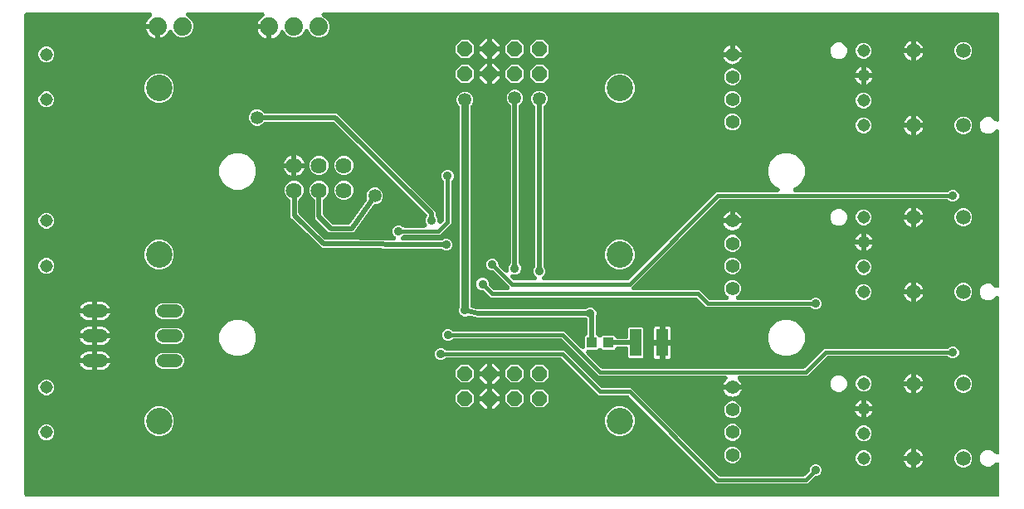
<source format=gbr>
G04 EAGLE Gerber RS-274X export*
G75*
%MOMM*%
%FSLAX34Y34*%
%LPD*%
%INTop Copper*%
%IPPOS*%
%AMOC8*
5,1,8,0,0,1.08239X$1,22.5*%
G01*
%ADD10C,1.625600*%
%ADD11C,1.879600*%
%ADD12R,1.200000X2.800000*%
%ADD13R,1.000000X1.100000*%
%ADD14C,1.408000*%
%ADD15C,1.308000*%
%ADD16C,2.700000*%
%ADD17C,1.320800*%
%ADD18C,1.508000*%
%ADD19P,1.649562X8X202.500000*%
%ADD20P,1.649562X8X22.500000*%
%ADD21C,1.350000*%
%ADD22C,0.904800*%
%ADD23C,0.800000*%
%ADD24C,0.500000*%
%ADD25C,0.406400*%

G36*
X995010Y2545D02*
X995010Y2545D01*
X995060Y2543D01*
X995232Y2565D01*
X995405Y2581D01*
X995453Y2594D01*
X995503Y2600D01*
X995668Y2653D01*
X995836Y2699D01*
X995881Y2721D01*
X995928Y2736D01*
X996082Y2817D01*
X996238Y2892D01*
X996279Y2922D01*
X996323Y2945D01*
X996460Y3052D01*
X996600Y3154D01*
X996635Y3190D01*
X996674Y3221D01*
X996790Y3351D01*
X996910Y3476D01*
X996937Y3518D01*
X996971Y3556D01*
X997061Y3704D01*
X997157Y3848D01*
X997177Y3894D01*
X997203Y3937D01*
X997265Y4099D01*
X997334Y4259D01*
X997345Y4307D01*
X997363Y4354D01*
X997396Y4525D01*
X997435Y4694D01*
X997438Y4744D01*
X997447Y4793D01*
X997459Y5040D01*
X997459Y35447D01*
X997447Y35584D01*
X997444Y35720D01*
X997427Y35805D01*
X997419Y35892D01*
X997383Y36024D01*
X997356Y36158D01*
X997324Y36239D01*
X997301Y36323D01*
X997242Y36446D01*
X997191Y36573D01*
X997145Y36647D01*
X997108Y36726D01*
X997027Y36836D01*
X996955Y36952D01*
X996897Y37017D01*
X996846Y37087D01*
X996747Y37182D01*
X996655Y37284D01*
X996586Y37337D01*
X996524Y37397D01*
X996410Y37473D01*
X996301Y37556D01*
X996224Y37596D01*
X996152Y37644D01*
X996026Y37698D01*
X995904Y37761D01*
X995821Y37787D01*
X995741Y37821D01*
X995608Y37852D01*
X995477Y37892D01*
X995391Y37903D01*
X995306Y37922D01*
X995170Y37929D01*
X995034Y37945D01*
X994947Y37940D01*
X994860Y37944D01*
X994725Y37927D01*
X994588Y37919D01*
X994503Y37898D01*
X994417Y37887D01*
X994287Y37845D01*
X994154Y37813D01*
X994075Y37778D01*
X993992Y37751D01*
X993871Y37687D01*
X993746Y37632D01*
X993674Y37583D01*
X993597Y37542D01*
X993489Y37457D01*
X993376Y37381D01*
X993275Y37289D01*
X993246Y37266D01*
X993230Y37248D01*
X993193Y37214D01*
X990638Y34660D01*
X987499Y33359D01*
X984101Y33359D01*
X980962Y34660D01*
X978560Y37062D01*
X977259Y40201D01*
X977259Y43599D01*
X978560Y46738D01*
X980962Y49140D01*
X984101Y50441D01*
X987499Y50441D01*
X990638Y49140D01*
X993193Y46586D01*
X993298Y46498D01*
X993396Y46403D01*
X993469Y46355D01*
X993536Y46299D01*
X993654Y46232D01*
X993768Y46156D01*
X993848Y46121D01*
X993924Y46078D01*
X994053Y46033D01*
X994179Y45979D01*
X994263Y45959D01*
X994345Y45930D01*
X994481Y45909D01*
X994614Y45878D01*
X994700Y45873D01*
X994786Y45860D01*
X994923Y45862D01*
X995060Y45856D01*
X995146Y45867D01*
X995233Y45869D01*
X995367Y45896D01*
X995503Y45913D01*
X995586Y45940D01*
X995671Y45957D01*
X995798Y46007D01*
X995928Y46049D01*
X996005Y46090D01*
X996086Y46122D01*
X996202Y46194D01*
X996323Y46258D01*
X996391Y46312D01*
X996465Y46358D01*
X996567Y46450D01*
X996674Y46534D01*
X996732Y46599D01*
X996796Y46658D01*
X996880Y46766D01*
X996971Y46868D01*
X997016Y46943D01*
X997069Y47012D01*
X997132Y47133D01*
X997203Y47250D01*
X997234Y47331D01*
X997274Y47408D01*
X997314Y47539D01*
X997363Y47667D01*
X997380Y47752D01*
X997405Y47835D01*
X997421Y47971D01*
X997447Y48106D01*
X997454Y48242D01*
X997458Y48279D01*
X997457Y48302D01*
X997459Y48353D01*
X997459Y205447D01*
X997447Y205584D01*
X997444Y205720D01*
X997427Y205805D01*
X997419Y205892D01*
X997383Y206024D01*
X997356Y206158D01*
X997324Y206239D01*
X997301Y206323D01*
X997242Y206446D01*
X997191Y206573D01*
X997145Y206647D01*
X997108Y206726D01*
X997027Y206836D01*
X996955Y206952D01*
X996897Y207017D01*
X996846Y207087D01*
X996747Y207182D01*
X996655Y207284D01*
X996586Y207337D01*
X996524Y207397D01*
X996410Y207473D01*
X996301Y207556D01*
X996224Y207596D01*
X996152Y207644D01*
X996026Y207698D01*
X995904Y207761D01*
X995821Y207787D01*
X995741Y207821D01*
X995608Y207852D01*
X995477Y207892D01*
X995391Y207903D01*
X995306Y207922D01*
X995170Y207929D01*
X995034Y207945D01*
X994947Y207940D01*
X994860Y207944D01*
X994725Y207927D01*
X994588Y207919D01*
X994503Y207898D01*
X994417Y207887D01*
X994287Y207845D01*
X994154Y207813D01*
X994075Y207778D01*
X993992Y207751D01*
X993871Y207687D01*
X993746Y207632D01*
X993674Y207583D01*
X993597Y207542D01*
X993489Y207457D01*
X993376Y207381D01*
X993275Y207289D01*
X993246Y207266D01*
X993230Y207248D01*
X993193Y207214D01*
X990638Y204660D01*
X987499Y203359D01*
X984101Y203359D01*
X980962Y204660D01*
X978560Y207062D01*
X977259Y210201D01*
X977259Y213599D01*
X978560Y216738D01*
X980962Y219140D01*
X984101Y220441D01*
X987499Y220441D01*
X990638Y219140D01*
X993193Y216586D01*
X993298Y216498D01*
X993396Y216403D01*
X993469Y216355D01*
X993536Y216299D01*
X993654Y216232D01*
X993768Y216156D01*
X993848Y216121D01*
X993924Y216078D01*
X994053Y216033D01*
X994179Y215979D01*
X994263Y215959D01*
X994345Y215930D01*
X994481Y215909D01*
X994614Y215878D01*
X994700Y215873D01*
X994786Y215860D01*
X994923Y215862D01*
X995060Y215856D01*
X995146Y215867D01*
X995233Y215869D01*
X995367Y215896D01*
X995503Y215913D01*
X995586Y215940D01*
X995671Y215957D01*
X995798Y216007D01*
X995928Y216049D01*
X996005Y216090D01*
X996086Y216122D01*
X996202Y216194D01*
X996323Y216258D01*
X996391Y216312D01*
X996465Y216358D01*
X996567Y216450D01*
X996674Y216534D01*
X996732Y216599D01*
X996796Y216658D01*
X996880Y216766D01*
X996971Y216868D01*
X997016Y216943D01*
X997069Y217012D01*
X997132Y217133D01*
X997203Y217250D01*
X997234Y217331D01*
X997274Y217408D01*
X997314Y217539D01*
X997363Y217667D01*
X997380Y217752D01*
X997405Y217835D01*
X997421Y217971D01*
X997447Y218106D01*
X997454Y218242D01*
X997458Y218279D01*
X997457Y218302D01*
X997459Y218353D01*
X997459Y375447D01*
X997447Y375584D01*
X997444Y375720D01*
X997427Y375805D01*
X997419Y375892D01*
X997383Y376024D01*
X997356Y376158D01*
X997324Y376239D01*
X997301Y376323D01*
X997242Y376446D01*
X997191Y376573D01*
X997145Y376647D01*
X997108Y376726D01*
X997027Y376836D01*
X996955Y376952D01*
X996897Y377017D01*
X996846Y377087D01*
X996747Y377182D01*
X996655Y377284D01*
X996586Y377337D01*
X996524Y377397D01*
X996410Y377473D01*
X996301Y377556D01*
X996224Y377596D01*
X996152Y377644D01*
X996026Y377698D01*
X995904Y377761D01*
X995821Y377787D01*
X995741Y377821D01*
X995608Y377852D01*
X995477Y377892D01*
X995391Y377903D01*
X995306Y377922D01*
X995170Y377929D01*
X995034Y377945D01*
X994947Y377940D01*
X994860Y377944D01*
X994725Y377927D01*
X994588Y377919D01*
X994503Y377898D01*
X994417Y377887D01*
X994287Y377845D01*
X994154Y377813D01*
X994075Y377778D01*
X993992Y377751D01*
X993871Y377687D01*
X993746Y377632D01*
X993674Y377583D01*
X993597Y377542D01*
X993489Y377457D01*
X993376Y377381D01*
X993275Y377289D01*
X993246Y377266D01*
X993230Y377248D01*
X993193Y377214D01*
X990638Y374660D01*
X987499Y373359D01*
X984101Y373359D01*
X980962Y374660D01*
X978560Y377062D01*
X977259Y380201D01*
X977259Y383599D01*
X978560Y386738D01*
X980962Y389140D01*
X984101Y390441D01*
X987499Y390441D01*
X990638Y389140D01*
X993193Y386586D01*
X993298Y386498D01*
X993396Y386403D01*
X993469Y386355D01*
X993536Y386299D01*
X993654Y386232D01*
X993768Y386156D01*
X993848Y386121D01*
X993924Y386078D01*
X994053Y386033D01*
X994179Y385979D01*
X994263Y385959D01*
X994345Y385930D01*
X994481Y385909D01*
X994614Y385878D01*
X994700Y385873D01*
X994786Y385860D01*
X994923Y385862D01*
X995060Y385856D01*
X995146Y385867D01*
X995233Y385869D01*
X995367Y385896D01*
X995503Y385913D01*
X995586Y385940D01*
X995671Y385957D01*
X995798Y386007D01*
X995928Y386049D01*
X996005Y386090D01*
X996086Y386122D01*
X996202Y386194D01*
X996323Y386258D01*
X996391Y386312D01*
X996465Y386358D01*
X996567Y386450D01*
X996674Y386534D01*
X996732Y386599D01*
X996796Y386658D01*
X996880Y386766D01*
X996971Y386868D01*
X997016Y386943D01*
X997069Y387012D01*
X997132Y387133D01*
X997203Y387250D01*
X997234Y387331D01*
X997274Y387408D01*
X997314Y387539D01*
X997363Y387667D01*
X997380Y387752D01*
X997405Y387835D01*
X997421Y387971D01*
X997447Y388106D01*
X997454Y388242D01*
X997458Y388279D01*
X997457Y388302D01*
X997459Y388353D01*
X997459Y494960D01*
X997457Y494986D01*
X997457Y494993D01*
X997455Y495011D01*
X997457Y495060D01*
X997435Y495232D01*
X997419Y495405D01*
X997406Y495453D01*
X997400Y495503D01*
X997347Y495668D01*
X997301Y495836D01*
X997279Y495881D01*
X997264Y495928D01*
X997183Y496082D01*
X997108Y496238D01*
X997078Y496279D01*
X997055Y496323D01*
X996948Y496460D01*
X996846Y496600D01*
X996810Y496635D01*
X996779Y496674D01*
X996649Y496790D01*
X996524Y496910D01*
X996482Y496937D01*
X996444Y496971D01*
X996296Y497061D01*
X996152Y497157D01*
X996106Y497177D01*
X996063Y497203D01*
X995901Y497265D01*
X995741Y497334D01*
X995693Y497345D01*
X995646Y497363D01*
X995475Y497396D01*
X995306Y497435D01*
X995256Y497438D01*
X995207Y497447D01*
X994960Y497459D01*
X308192Y497459D01*
X308013Y497443D01*
X307833Y497433D01*
X307791Y497423D01*
X307747Y497419D01*
X307573Y497372D01*
X307398Y497330D01*
X307359Y497312D01*
X307317Y497301D01*
X307154Y497223D01*
X306989Y497151D01*
X306953Y497126D01*
X306914Y497108D01*
X306768Y497002D01*
X306618Y496902D01*
X306587Y496871D01*
X306552Y496846D01*
X306427Y496716D01*
X306298Y496590D01*
X306273Y496555D01*
X306242Y496524D01*
X306143Y496374D01*
X306038Y496227D01*
X306019Y496188D01*
X305995Y496152D01*
X305924Y495986D01*
X305847Y495823D01*
X305835Y495781D01*
X305818Y495741D01*
X305778Y495567D01*
X305731Y495392D01*
X305727Y495349D01*
X305717Y495306D01*
X305708Y495127D01*
X305693Y494947D01*
X305697Y494904D01*
X305695Y494860D01*
X305718Y494682D01*
X305735Y494502D01*
X305747Y494460D01*
X305753Y494417D01*
X305807Y494246D01*
X305856Y494072D01*
X305875Y494033D01*
X305888Y493992D01*
X305972Y493833D01*
X306051Y493671D01*
X306077Y493635D01*
X306097Y493597D01*
X306209Y493456D01*
X306315Y493310D01*
X306347Y493280D01*
X306373Y493246D01*
X306508Y493126D01*
X306639Y493002D01*
X306675Y492978D01*
X306708Y492949D01*
X306861Y492856D01*
X307012Y492757D01*
X307066Y492731D01*
X307089Y492717D01*
X307124Y492704D01*
X307236Y492651D01*
X309387Y491760D01*
X312460Y488687D01*
X314123Y484673D01*
X314123Y480327D01*
X312460Y476313D01*
X309387Y473240D01*
X305373Y471577D01*
X301027Y471577D01*
X297013Y473240D01*
X293940Y476313D01*
X292809Y479044D01*
X292746Y479165D01*
X292691Y479290D01*
X292642Y479362D01*
X292602Y479439D01*
X292518Y479547D01*
X292442Y479661D01*
X292381Y479723D01*
X292328Y479792D01*
X292226Y479883D01*
X292130Y479981D01*
X292060Y480032D01*
X291995Y480090D01*
X291878Y480162D01*
X291767Y480241D01*
X291689Y480279D01*
X291615Y480324D01*
X291487Y480374D01*
X291363Y480433D01*
X291279Y480455D01*
X291198Y480487D01*
X291064Y480513D01*
X290932Y480549D01*
X290846Y480556D01*
X290760Y480573D01*
X290623Y480575D01*
X290487Y480586D01*
X290400Y480578D01*
X290313Y480579D01*
X290179Y480557D01*
X290042Y480544D01*
X289959Y480521D01*
X289873Y480506D01*
X289744Y480460D01*
X289612Y480423D01*
X289534Y480385D01*
X289452Y480356D01*
X289333Y480288D01*
X289211Y480228D01*
X289140Y480177D01*
X289065Y480133D01*
X288960Y480045D01*
X288850Y479964D01*
X288790Y479901D01*
X288724Y479845D01*
X288636Y479740D01*
X288542Y479641D01*
X288495Y479568D01*
X288439Y479501D01*
X288372Y479382D01*
X288297Y479267D01*
X288238Y479144D01*
X288220Y479111D01*
X288213Y479089D01*
X288191Y479044D01*
X287060Y476313D01*
X283987Y473240D01*
X279973Y471577D01*
X275627Y471577D01*
X271613Y473240D01*
X268540Y476313D01*
X267972Y477684D01*
X267954Y477719D01*
X267941Y477755D01*
X267851Y477916D01*
X267765Y478080D01*
X267741Y478111D01*
X267722Y478144D01*
X267604Y478287D01*
X267491Y478433D01*
X267462Y478458D01*
X267437Y478488D01*
X267296Y478607D01*
X267158Y478731D01*
X267125Y478751D01*
X267095Y478776D01*
X266935Y478868D01*
X266778Y478965D01*
X266741Y478979D01*
X266708Y478998D01*
X266534Y479060D01*
X266362Y479128D01*
X266323Y479135D01*
X266287Y479148D01*
X266105Y479178D01*
X265923Y479214D01*
X265884Y479214D01*
X265846Y479220D01*
X265662Y479217D01*
X265477Y479220D01*
X265438Y479214D01*
X265399Y479213D01*
X265218Y479177D01*
X265036Y479147D01*
X264999Y479134D01*
X264961Y479127D01*
X264789Y479059D01*
X264615Y478997D01*
X264582Y478978D01*
X264545Y478963D01*
X264388Y478866D01*
X264228Y478774D01*
X264198Y478749D01*
X264165Y478729D01*
X264028Y478605D01*
X263887Y478486D01*
X263862Y478456D01*
X263833Y478430D01*
X263720Y478284D01*
X263602Y478142D01*
X263583Y478108D01*
X263559Y478077D01*
X263436Y477862D01*
X262611Y476243D01*
X261506Y474722D01*
X260178Y473394D01*
X258657Y472289D01*
X256983Y471436D01*
X255195Y470855D01*
X254939Y470815D01*
X254939Y482460D01*
X254937Y482487D01*
X254937Y482497D01*
X254935Y482514D01*
X254937Y482560D01*
X254915Y482731D01*
X254899Y482905D01*
X254886Y482953D01*
X254880Y483003D01*
X254827Y483168D01*
X254781Y483335D01*
X254759Y483381D01*
X254744Y483428D01*
X254663Y483581D01*
X254588Y483738D01*
X254558Y483779D01*
X254535Y483823D01*
X254428Y483959D01*
X254326Y484100D01*
X254290Y484135D01*
X254259Y484174D01*
X254202Y484224D01*
X254178Y484254D01*
X254048Y484370D01*
X253923Y484490D01*
X253882Y484517D01*
X253844Y484551D01*
X253696Y484641D01*
X253551Y484737D01*
X253505Y484757D01*
X253463Y484783D01*
X253301Y484845D01*
X253141Y484914D01*
X253093Y484925D01*
X253046Y484943D01*
X252875Y484976D01*
X252706Y485015D01*
X252656Y485018D01*
X252607Y485027D01*
X252360Y485039D01*
X240715Y485039D01*
X240755Y485295D01*
X241336Y487083D01*
X242189Y488757D01*
X243294Y490278D01*
X244622Y491606D01*
X246143Y492711D01*
X246186Y492733D01*
X246256Y492777D01*
X246330Y492812D01*
X246445Y492895D01*
X246564Y492971D01*
X246625Y493026D01*
X246692Y493074D01*
X246790Y493176D01*
X246894Y493272D01*
X246944Y493337D01*
X247002Y493396D01*
X247080Y493514D01*
X247166Y493627D01*
X247203Y493700D01*
X247249Y493768D01*
X247305Y493898D01*
X247369Y494024D01*
X247393Y494103D01*
X247426Y494179D01*
X247458Y494316D01*
X247499Y494452D01*
X247508Y494534D01*
X247527Y494614D01*
X247534Y494755D01*
X247550Y494895D01*
X247545Y494978D01*
X247549Y495060D01*
X247531Y495200D01*
X247522Y495341D01*
X247502Y495421D01*
X247491Y495503D01*
X247449Y495637D01*
X247415Y495775D01*
X247381Y495850D01*
X247356Y495928D01*
X247290Y496053D01*
X247232Y496182D01*
X247185Y496250D01*
X247147Y496323D01*
X247059Y496434D01*
X246979Y496551D01*
X246921Y496609D01*
X246870Y496674D01*
X246765Y496768D01*
X246665Y496869D01*
X246598Y496916D01*
X246536Y496971D01*
X246416Y497044D01*
X246300Y497125D01*
X246225Y497160D01*
X246155Y497203D01*
X246023Y497254D01*
X245894Y497313D01*
X245815Y497334D01*
X245738Y497363D01*
X245599Y497390D01*
X245462Y497425D01*
X245380Y497432D01*
X245299Y497447D01*
X245052Y497459D01*
X169899Y497459D01*
X169720Y497443D01*
X169540Y497433D01*
X169498Y497423D01*
X169454Y497419D01*
X169281Y497372D01*
X169105Y497330D01*
X169066Y497312D01*
X169024Y497301D01*
X168861Y497223D01*
X168696Y497151D01*
X168660Y497126D01*
X168621Y497108D01*
X168475Y497002D01*
X168325Y496902D01*
X168294Y496871D01*
X168259Y496846D01*
X168134Y496716D01*
X168005Y496590D01*
X167980Y496555D01*
X167950Y496524D01*
X167850Y496374D01*
X167745Y496227D01*
X167726Y496188D01*
X167702Y496152D01*
X167631Y495986D01*
X167554Y495823D01*
X167543Y495781D01*
X167525Y495741D01*
X167485Y495566D01*
X167438Y495392D01*
X167434Y495349D01*
X167424Y495306D01*
X167415Y495127D01*
X167400Y494947D01*
X167404Y494904D01*
X167402Y494860D01*
X167425Y494682D01*
X167442Y494502D01*
X167454Y494460D01*
X167460Y494417D01*
X167514Y494246D01*
X167563Y494072D01*
X167582Y494033D01*
X167595Y493992D01*
X167680Y493833D01*
X167758Y493670D01*
X167784Y493635D01*
X167804Y493597D01*
X167916Y493455D01*
X168022Y493310D01*
X168054Y493280D01*
X168081Y493246D01*
X168216Y493126D01*
X168346Y493002D01*
X168382Y492978D01*
X168415Y492949D01*
X168568Y492856D01*
X168719Y492757D01*
X168774Y492731D01*
X168796Y492717D01*
X168831Y492704D01*
X168943Y492651D01*
X169887Y492260D01*
X172960Y489187D01*
X174623Y485173D01*
X174623Y480827D01*
X172960Y476813D01*
X169887Y473740D01*
X165873Y472077D01*
X161527Y472077D01*
X157513Y473740D01*
X154440Y476813D01*
X153872Y478184D01*
X153854Y478219D01*
X153841Y478255D01*
X153751Y478416D01*
X153665Y478580D01*
X153641Y478611D01*
X153622Y478644D01*
X153504Y478787D01*
X153391Y478933D01*
X153362Y478958D01*
X153337Y478988D01*
X153196Y479107D01*
X153058Y479231D01*
X153025Y479251D01*
X152995Y479276D01*
X152835Y479368D01*
X152678Y479465D01*
X152641Y479479D01*
X152608Y479498D01*
X152434Y479560D01*
X152262Y479628D01*
X152223Y479635D01*
X152187Y479648D01*
X152005Y479678D01*
X151823Y479714D01*
X151784Y479714D01*
X151746Y479720D01*
X151562Y479717D01*
X151377Y479720D01*
X151338Y479714D01*
X151299Y479713D01*
X151118Y479677D01*
X150936Y479647D01*
X150899Y479634D01*
X150861Y479627D01*
X150689Y479559D01*
X150515Y479497D01*
X150482Y479478D01*
X150445Y479463D01*
X150288Y479366D01*
X150128Y479274D01*
X150098Y479249D01*
X150065Y479229D01*
X149928Y479105D01*
X149787Y478986D01*
X149762Y478956D01*
X149733Y478930D01*
X149620Y478784D01*
X149502Y478642D01*
X149483Y478608D01*
X149459Y478577D01*
X149336Y478362D01*
X148511Y476743D01*
X147406Y475222D01*
X146078Y473894D01*
X144557Y472789D01*
X142883Y471936D01*
X141095Y471355D01*
X140839Y471315D01*
X140839Y482960D01*
X140835Y483010D01*
X140837Y483060D01*
X140815Y483231D01*
X140799Y483405D01*
X140786Y483453D01*
X140780Y483503D01*
X140727Y483668D01*
X140681Y483835D01*
X140659Y483881D01*
X140644Y483928D01*
X140563Y484081D01*
X140488Y484238D01*
X140458Y484279D01*
X140435Y484323D01*
X140328Y484459D01*
X140226Y484600D01*
X140190Y484635D01*
X140159Y484674D01*
X140102Y484724D01*
X140078Y484754D01*
X139948Y484870D01*
X139823Y484990D01*
X139782Y485017D01*
X139744Y485051D01*
X139596Y485141D01*
X139451Y485237D01*
X139405Y485257D01*
X139363Y485283D01*
X139201Y485345D01*
X139041Y485414D01*
X138993Y485425D01*
X138946Y485443D01*
X138775Y485476D01*
X138606Y485515D01*
X138556Y485518D01*
X138507Y485527D01*
X138260Y485539D01*
X126615Y485539D01*
X126655Y485795D01*
X127236Y487583D01*
X128089Y489257D01*
X129194Y490778D01*
X130523Y492106D01*
X131667Y492938D01*
X131750Y493010D01*
X131838Y493074D01*
X131918Y493157D01*
X132004Y493232D01*
X132072Y493317D01*
X132148Y493396D01*
X132211Y493492D01*
X132282Y493581D01*
X132334Y493677D01*
X132395Y493768D01*
X132440Y493873D01*
X132495Y493974D01*
X132529Y494078D01*
X132572Y494179D01*
X132598Y494290D01*
X132634Y494399D01*
X132649Y494507D01*
X132673Y494614D01*
X132679Y494728D01*
X132695Y494841D01*
X132690Y494950D01*
X132695Y495060D01*
X132681Y495173D01*
X132676Y495287D01*
X132652Y495394D01*
X132638Y495503D01*
X132603Y495612D01*
X132578Y495723D01*
X132535Y495824D01*
X132502Y495928D01*
X132449Y496029D01*
X132404Y496135D01*
X132344Y496226D01*
X132293Y496323D01*
X132222Y496413D01*
X132160Y496509D01*
X132085Y496588D01*
X132017Y496674D01*
X131931Y496750D01*
X131853Y496833D01*
X131765Y496898D01*
X131683Y496971D01*
X131585Y497030D01*
X131493Y497098D01*
X131394Y497146D01*
X131301Y497203D01*
X131195Y497244D01*
X131092Y497294D01*
X130986Y497324D01*
X130884Y497363D01*
X130772Y497385D01*
X130662Y497416D01*
X130553Y497426D01*
X130445Y497447D01*
X130236Y497457D01*
X130217Y497459D01*
X130211Y497459D01*
X130198Y497459D01*
X5040Y497459D01*
X4990Y497455D01*
X4940Y497457D01*
X4768Y497435D01*
X4595Y497419D01*
X4547Y497406D01*
X4497Y497400D01*
X4332Y497347D01*
X4164Y497301D01*
X4119Y497279D01*
X4072Y497264D01*
X3918Y497183D01*
X3762Y497108D01*
X3721Y497078D01*
X3677Y497055D01*
X3540Y496948D01*
X3400Y496846D01*
X3365Y496810D01*
X3326Y496779D01*
X3210Y496649D01*
X3090Y496524D01*
X3063Y496482D01*
X3029Y496444D01*
X2939Y496296D01*
X2843Y496152D01*
X2823Y496106D01*
X2797Y496063D01*
X2735Y495901D01*
X2666Y495741D01*
X2655Y495693D01*
X2637Y495646D01*
X2604Y495475D01*
X2565Y495306D01*
X2562Y495256D01*
X2553Y495207D01*
X2541Y494960D01*
X2541Y5040D01*
X2545Y4990D01*
X2543Y4940D01*
X2565Y4768D01*
X2581Y4595D01*
X2594Y4547D01*
X2600Y4497D01*
X2653Y4332D01*
X2699Y4164D01*
X2721Y4119D01*
X2736Y4072D01*
X2817Y3918D01*
X2892Y3762D01*
X2922Y3721D01*
X2945Y3677D01*
X3052Y3540D01*
X3154Y3400D01*
X3190Y3365D01*
X3221Y3326D01*
X3351Y3210D01*
X3476Y3090D01*
X3518Y3063D01*
X3556Y3029D01*
X3704Y2939D01*
X3848Y2843D01*
X3894Y2823D01*
X3937Y2797D01*
X4099Y2735D01*
X4259Y2666D01*
X4307Y2655D01*
X4354Y2637D01*
X4525Y2604D01*
X4694Y2565D01*
X4744Y2562D01*
X4793Y2553D01*
X5040Y2541D01*
X994960Y2541D01*
X995010Y2545D01*
G37*
%LPC*%
G36*
X808797Y193951D02*
X808797Y193951D01*
X806574Y194872D01*
X805735Y195711D01*
X805591Y195831D01*
X805452Y195955D01*
X805420Y195974D01*
X805392Y195998D01*
X805230Y196090D01*
X805070Y196187D01*
X805036Y196200D01*
X805003Y196218D01*
X804827Y196280D01*
X804653Y196347D01*
X804617Y196354D01*
X804582Y196367D01*
X804398Y196396D01*
X804214Y196431D01*
X804164Y196434D01*
X804141Y196437D01*
X804104Y196436D01*
X803967Y196443D01*
X698527Y196443D01*
X689259Y205711D01*
X689116Y205831D01*
X688976Y205955D01*
X688944Y205974D01*
X688916Y205998D01*
X688754Y206090D01*
X688594Y206187D01*
X688560Y206200D01*
X688528Y206218D01*
X688352Y206280D01*
X688177Y206347D01*
X688141Y206354D01*
X688106Y206367D01*
X687922Y206396D01*
X687739Y206431D01*
X687688Y206434D01*
X687665Y206437D01*
X687628Y206436D01*
X687492Y206443D01*
X478527Y206443D01*
X471751Y213219D01*
X471608Y213339D01*
X471468Y213463D01*
X471436Y213482D01*
X471408Y213506D01*
X471246Y213598D01*
X471086Y213695D01*
X471052Y213708D01*
X471020Y213726D01*
X470844Y213788D01*
X470669Y213855D01*
X470633Y213862D01*
X470598Y213875D01*
X470414Y213904D01*
X470231Y213939D01*
X470180Y213942D01*
X470157Y213945D01*
X470120Y213944D01*
X469984Y213951D01*
X468797Y213951D01*
X466574Y214872D01*
X464872Y216574D01*
X463951Y218797D01*
X463951Y221203D01*
X464872Y223426D01*
X466574Y225128D01*
X468797Y226049D01*
X471203Y226049D01*
X473426Y225128D01*
X475128Y223426D01*
X476049Y221203D01*
X476049Y220016D01*
X476065Y219830D01*
X476077Y219644D01*
X476085Y219609D01*
X476089Y219572D01*
X476138Y219391D01*
X476182Y219210D01*
X476197Y219177D01*
X476207Y219141D01*
X476288Y218972D01*
X476364Y218802D01*
X476384Y218772D01*
X476400Y218738D01*
X476510Y218587D01*
X476615Y218433D01*
X476649Y218395D01*
X476662Y218376D01*
X476689Y218351D01*
X476781Y218249D01*
X480741Y214289D01*
X480884Y214169D01*
X481024Y214045D01*
X481056Y214026D01*
X481084Y214002D01*
X481246Y213910D01*
X481406Y213813D01*
X481440Y213800D01*
X481472Y213782D01*
X481648Y213720D01*
X481823Y213653D01*
X481859Y213646D01*
X481894Y213633D01*
X482078Y213604D01*
X482261Y213569D01*
X482312Y213566D01*
X482335Y213563D01*
X482372Y213564D01*
X482508Y213557D01*
X495380Y213557D01*
X495516Y213569D01*
X495653Y213572D01*
X495738Y213589D01*
X495824Y213597D01*
X495957Y213633D01*
X496091Y213660D01*
X496171Y213692D01*
X496255Y213715D01*
X496379Y213774D01*
X496506Y213825D01*
X496579Y213871D01*
X496658Y213908D01*
X496769Y213989D01*
X496885Y214061D01*
X496949Y214119D01*
X497020Y214170D01*
X497115Y214269D01*
X497216Y214361D01*
X497269Y214430D01*
X497329Y214492D01*
X497405Y214606D01*
X497488Y214715D01*
X497528Y214792D01*
X497577Y214864D01*
X497631Y214990D01*
X497694Y215112D01*
X497719Y215195D01*
X497754Y215275D01*
X497784Y215407D01*
X497825Y215539D01*
X497835Y215625D01*
X497855Y215710D01*
X497861Y215846D01*
X497878Y215982D01*
X497873Y216069D01*
X497877Y216156D01*
X497859Y216291D01*
X497851Y216428D01*
X497830Y216513D01*
X497819Y216599D01*
X497778Y216729D01*
X497745Y216862D01*
X497710Y216942D01*
X497684Y217024D01*
X497620Y217145D01*
X497564Y217270D01*
X497515Y217342D01*
X497474Y217419D01*
X497390Y217527D01*
X497313Y217640D01*
X497221Y217741D01*
X497198Y217770D01*
X497181Y217786D01*
X497147Y217823D01*
X495712Y219258D01*
X495711Y219259D01*
X481751Y233219D01*
X481608Y233339D01*
X481468Y233463D01*
X481436Y233482D01*
X481408Y233506D01*
X481246Y233598D01*
X481086Y233695D01*
X481052Y233708D01*
X481020Y233726D01*
X480844Y233788D01*
X480669Y233855D01*
X480633Y233862D01*
X480598Y233875D01*
X480414Y233904D01*
X480231Y233939D01*
X480180Y233942D01*
X480157Y233945D01*
X480120Y233944D01*
X479984Y233951D01*
X478797Y233951D01*
X476574Y234872D01*
X474872Y236574D01*
X473951Y238797D01*
X473951Y241203D01*
X474872Y243426D01*
X476574Y245128D01*
X478797Y246049D01*
X481203Y246049D01*
X483426Y245128D01*
X485128Y243426D01*
X486049Y241203D01*
X486049Y240016D01*
X486065Y239830D01*
X486077Y239644D01*
X486085Y239609D01*
X486089Y239572D01*
X486138Y239391D01*
X486182Y239210D01*
X486197Y239177D01*
X486207Y239141D01*
X486288Y238972D01*
X486364Y238802D01*
X486384Y238772D01*
X486400Y238738D01*
X486510Y238587D01*
X486615Y238433D01*
X486649Y238395D01*
X486662Y238376D01*
X486689Y238351D01*
X486781Y238249D01*
X492817Y232213D01*
X492955Y232098D01*
X493090Y231977D01*
X493127Y231954D01*
X493160Y231926D01*
X493316Y231838D01*
X493470Y231743D01*
X493511Y231727D01*
X493548Y231706D01*
X493718Y231646D01*
X493886Y231580D01*
X493929Y231572D01*
X493970Y231557D01*
X494148Y231529D01*
X494324Y231494D01*
X494368Y231494D01*
X494411Y231487D01*
X494591Y231490D01*
X494771Y231488D01*
X494814Y231495D01*
X494857Y231496D01*
X495034Y231531D01*
X495212Y231561D01*
X495253Y231575D01*
X495295Y231584D01*
X495463Y231651D01*
X495632Y231711D01*
X495670Y231733D01*
X495711Y231749D01*
X495864Y231844D01*
X496020Y231934D01*
X496053Y231962D01*
X496090Y231985D01*
X496223Y232106D01*
X496361Y232222D01*
X496389Y232256D01*
X496421Y232285D01*
X496531Y232427D01*
X496645Y232566D01*
X496667Y232604D01*
X496693Y232639D01*
X496776Y232798D01*
X496864Y232956D01*
X496878Y232997D01*
X496898Y233036D01*
X496951Y233208D01*
X497010Y233378D01*
X497017Y233421D01*
X497030Y233463D01*
X497051Y233641D01*
X497079Y233819D01*
X497077Y233863D01*
X497083Y233906D01*
X497072Y234086D01*
X497067Y234266D01*
X497058Y234309D01*
X497056Y234352D01*
X497013Y234527D01*
X496977Y234703D01*
X496956Y234760D01*
X496951Y234781D01*
X496951Y237203D01*
X497872Y239426D01*
X498243Y239797D01*
X498363Y239941D01*
X498487Y240080D01*
X498506Y240112D01*
X498530Y240140D01*
X498622Y240302D01*
X498719Y240462D01*
X498732Y240496D01*
X498750Y240529D01*
X498812Y240705D01*
X498879Y240879D01*
X498886Y240915D01*
X498899Y240950D01*
X498928Y241134D01*
X498963Y241318D01*
X498966Y241368D01*
X498969Y241391D01*
X498968Y241428D01*
X498975Y241565D01*
X498975Y401287D01*
X498959Y401473D01*
X498947Y401659D01*
X498939Y401695D01*
X498935Y401732D01*
X498886Y401913D01*
X498842Y402093D01*
X498827Y402127D01*
X498817Y402163D01*
X498736Y402331D01*
X498660Y402502D01*
X498640Y402532D01*
X498624Y402566D01*
X498514Y402717D01*
X498409Y402871D01*
X498375Y402909D01*
X498362Y402927D01*
X498335Y402953D01*
X498243Y403055D01*
X495985Y405313D01*
X494725Y408354D01*
X494725Y411646D01*
X495985Y414687D01*
X498313Y417015D01*
X501354Y418275D01*
X504646Y418275D01*
X507687Y417015D01*
X510015Y414687D01*
X511275Y411646D01*
X511275Y408354D01*
X510015Y405313D01*
X507757Y403055D01*
X507637Y402911D01*
X507513Y402772D01*
X507494Y402740D01*
X507470Y402712D01*
X507378Y402550D01*
X507281Y402390D01*
X507268Y402356D01*
X507250Y402323D01*
X507188Y402147D01*
X507121Y401973D01*
X507114Y401937D01*
X507101Y401902D01*
X507072Y401718D01*
X507037Y401534D01*
X507034Y401484D01*
X507031Y401461D01*
X507032Y401424D01*
X507025Y401287D01*
X507025Y241565D01*
X507041Y241379D01*
X507053Y241193D01*
X507061Y241157D01*
X507065Y241120D01*
X507114Y240939D01*
X507158Y240759D01*
X507173Y240725D01*
X507183Y240689D01*
X507264Y240520D01*
X507340Y240350D01*
X507360Y240320D01*
X507376Y240286D01*
X507486Y240135D01*
X507591Y239981D01*
X507625Y239943D01*
X507638Y239924D01*
X507665Y239899D01*
X507757Y239797D01*
X508128Y239426D01*
X509049Y237203D01*
X509049Y234797D01*
X508128Y232574D01*
X506426Y230872D01*
X504203Y229951D01*
X501753Y229951D01*
X501595Y230007D01*
X501552Y230014D01*
X501510Y230027D01*
X501331Y230049D01*
X501154Y230078D01*
X501110Y230077D01*
X501067Y230082D01*
X500887Y230072D01*
X500707Y230069D01*
X500664Y230060D01*
X500621Y230058D01*
X500445Y230016D01*
X500269Y229980D01*
X500229Y229964D01*
X500186Y229954D01*
X500021Y229882D01*
X499854Y229816D01*
X499817Y229793D01*
X499777Y229775D01*
X499627Y229675D01*
X499475Y229580D01*
X499442Y229550D01*
X499406Y229526D01*
X499277Y229400D01*
X499144Y229280D01*
X499117Y229245D01*
X499086Y229215D01*
X498981Y229068D01*
X498871Y228926D01*
X498851Y228887D01*
X498826Y228852D01*
X498749Y228689D01*
X498666Y228529D01*
X498653Y228487D01*
X498635Y228448D01*
X498588Y228275D01*
X498535Y228102D01*
X498530Y228058D01*
X498518Y228017D01*
X498503Y227837D01*
X498482Y227658D01*
X498484Y227615D01*
X498481Y227572D01*
X498498Y227392D01*
X498509Y227212D01*
X498519Y227170D01*
X498523Y227127D01*
X498572Y226953D01*
X498614Y226778D01*
X498632Y226739D01*
X498644Y226697D01*
X498723Y226535D01*
X498796Y226370D01*
X498820Y226334D01*
X498839Y226295D01*
X498945Y226150D01*
X499047Y226001D01*
X499087Y225956D01*
X499103Y225934D01*
X499130Y225909D01*
X499213Y225817D01*
X500741Y224289D01*
X500884Y224169D01*
X501024Y224045D01*
X501056Y224026D01*
X501084Y224002D01*
X501246Y223910D01*
X501406Y223813D01*
X501440Y223800D01*
X501472Y223782D01*
X501648Y223720D01*
X501823Y223653D01*
X501859Y223646D01*
X501894Y223633D01*
X502078Y223604D01*
X502261Y223569D01*
X502312Y223566D01*
X502335Y223563D01*
X502372Y223564D01*
X502508Y223557D01*
X522855Y223557D01*
X522992Y223569D01*
X523128Y223572D01*
X523213Y223589D01*
X523300Y223597D01*
X523432Y223633D01*
X523566Y223660D01*
X523647Y223692D01*
X523731Y223715D01*
X523854Y223774D01*
X523981Y223825D01*
X524055Y223871D01*
X524134Y223908D01*
X524245Y223989D01*
X524361Y224061D01*
X524425Y224119D01*
X524496Y224170D01*
X524590Y224269D01*
X524692Y224361D01*
X524745Y224430D01*
X524805Y224492D01*
X524881Y224606D01*
X524964Y224715D01*
X525004Y224792D01*
X525052Y224864D01*
X525107Y224990D01*
X525169Y225112D01*
X525195Y225195D01*
X525229Y225275D01*
X525260Y225408D01*
X525300Y225539D01*
X525311Y225625D01*
X525330Y225710D01*
X525337Y225846D01*
X525354Y225982D01*
X525348Y226069D01*
X525353Y226156D01*
X525335Y226291D01*
X525327Y226428D01*
X525306Y226513D01*
X525295Y226599D01*
X525253Y226729D01*
X525221Y226862D01*
X525186Y226941D01*
X525159Y227024D01*
X525095Y227145D01*
X525040Y227270D01*
X524991Y227342D01*
X524950Y227419D01*
X524865Y227527D01*
X524789Y227640D01*
X524697Y227741D01*
X524674Y227770D01*
X524656Y227786D01*
X524623Y227823D01*
X522872Y229574D01*
X521951Y231797D01*
X521951Y234203D01*
X522872Y236426D01*
X523243Y236797D01*
X523363Y236941D01*
X523487Y237080D01*
X523506Y237112D01*
X523530Y237140D01*
X523622Y237302D01*
X523719Y237462D01*
X523732Y237496D01*
X523750Y237529D01*
X523812Y237705D01*
X523879Y237879D01*
X523886Y237915D01*
X523899Y237950D01*
X523928Y238134D01*
X523963Y238318D01*
X523966Y238368D01*
X523969Y238391D01*
X523968Y238428D01*
X523975Y238565D01*
X523975Y400287D01*
X523959Y400473D01*
X523947Y400659D01*
X523939Y400695D01*
X523935Y400732D01*
X523886Y400912D01*
X523842Y401093D01*
X523827Y401127D01*
X523817Y401163D01*
X523736Y401331D01*
X523660Y401502D01*
X523640Y401532D01*
X523624Y401566D01*
X523514Y401717D01*
X523409Y401871D01*
X523375Y401909D01*
X523362Y401927D01*
X523335Y401953D01*
X523243Y402055D01*
X520985Y404313D01*
X519725Y407354D01*
X519725Y410646D01*
X520985Y413687D01*
X523313Y416015D01*
X526354Y417275D01*
X529646Y417275D01*
X532687Y416015D01*
X535015Y413687D01*
X536275Y410646D01*
X536275Y407354D01*
X535015Y404313D01*
X532757Y402055D01*
X532637Y401911D01*
X532513Y401772D01*
X532494Y401740D01*
X532470Y401712D01*
X532378Y401550D01*
X532281Y401390D01*
X532268Y401356D01*
X532250Y401323D01*
X532188Y401147D01*
X532121Y400973D01*
X532114Y400937D01*
X532101Y400902D01*
X532072Y400718D01*
X532037Y400534D01*
X532034Y400484D01*
X532031Y400461D01*
X532032Y400424D01*
X532025Y400287D01*
X532025Y238565D01*
X532041Y238379D01*
X532053Y238193D01*
X532061Y238157D01*
X532065Y238120D01*
X532114Y237939D01*
X532158Y237759D01*
X532173Y237725D01*
X532183Y237689D01*
X532264Y237521D01*
X532340Y237350D01*
X532360Y237320D01*
X532376Y237286D01*
X532486Y237135D01*
X532591Y236981D01*
X532625Y236943D01*
X532638Y236924D01*
X532665Y236899D01*
X532757Y236797D01*
X533128Y236426D01*
X534049Y234203D01*
X534049Y231797D01*
X533128Y229574D01*
X531377Y227823D01*
X531290Y227718D01*
X531195Y227620D01*
X531147Y227547D01*
X531091Y227480D01*
X531023Y227361D01*
X530948Y227248D01*
X530913Y227168D01*
X530870Y227092D01*
X530825Y226963D01*
X530771Y226837D01*
X530751Y226753D01*
X530722Y226671D01*
X530700Y226535D01*
X530670Y226402D01*
X530665Y226316D01*
X530651Y226230D01*
X530654Y226093D01*
X530647Y225956D01*
X530659Y225870D01*
X530660Y225783D01*
X530687Y225649D01*
X530705Y225513D01*
X530731Y225430D01*
X530749Y225345D01*
X530799Y225218D01*
X530841Y225088D01*
X530881Y225011D01*
X530913Y224930D01*
X530986Y224814D01*
X531050Y224693D01*
X531104Y224625D01*
X531150Y224551D01*
X531241Y224449D01*
X531326Y224342D01*
X531391Y224284D01*
X531449Y224220D01*
X531558Y224136D01*
X531660Y224045D01*
X531735Y224000D01*
X531803Y223947D01*
X531925Y223884D01*
X532042Y223813D01*
X532123Y223782D01*
X532200Y223742D01*
X532331Y223702D01*
X532459Y223653D01*
X532544Y223636D01*
X532627Y223611D01*
X532763Y223595D01*
X532897Y223569D01*
X533034Y223562D01*
X533071Y223558D01*
X533094Y223559D01*
X533145Y223557D01*
X617492Y223557D01*
X617678Y223573D01*
X617864Y223585D01*
X617899Y223593D01*
X617936Y223597D01*
X618117Y223646D01*
X618298Y223690D01*
X618331Y223705D01*
X618367Y223715D01*
X618536Y223796D01*
X618706Y223872D01*
X618736Y223892D01*
X618770Y223908D01*
X618921Y224017D01*
X619075Y224123D01*
X619113Y224157D01*
X619132Y224170D01*
X619157Y224197D01*
X619259Y224289D01*
X708527Y313557D01*
X770755Y313557D01*
X770934Y313573D01*
X771114Y313583D01*
X771156Y313593D01*
X771200Y313597D01*
X771374Y313644D01*
X771549Y313686D01*
X771588Y313704D01*
X771630Y313715D01*
X771793Y313793D01*
X771958Y313865D01*
X771994Y313890D01*
X772033Y313908D01*
X772179Y314014D01*
X772329Y314114D01*
X772360Y314145D01*
X772395Y314170D01*
X772520Y314300D01*
X772649Y314426D01*
X772674Y314461D01*
X772705Y314492D01*
X772804Y314642D01*
X772909Y314789D01*
X772928Y314828D01*
X772952Y314864D01*
X773023Y315030D01*
X773100Y315193D01*
X773112Y315235D01*
X773129Y315275D01*
X773169Y315449D01*
X773216Y315624D01*
X773220Y315667D01*
X773230Y315710D01*
X773239Y315889D01*
X773254Y316069D01*
X773250Y316112D01*
X773252Y316156D01*
X773229Y316334D01*
X773212Y316514D01*
X773200Y316556D01*
X773194Y316599D01*
X773140Y316770D01*
X773091Y316944D01*
X773072Y316983D01*
X773059Y317024D01*
X772975Y317183D01*
X772896Y317345D01*
X772870Y317381D01*
X772850Y317419D01*
X772738Y317560D01*
X772632Y317706D01*
X772600Y317736D01*
X772574Y317770D01*
X772439Y317890D01*
X772308Y318014D01*
X772272Y318038D01*
X772239Y318067D01*
X772086Y318160D01*
X771935Y318259D01*
X771881Y318285D01*
X771858Y318299D01*
X771823Y318312D01*
X771711Y318365D01*
X769498Y319282D01*
X764282Y324498D01*
X761459Y331312D01*
X761459Y338688D01*
X764282Y345502D01*
X769498Y350718D01*
X776312Y353541D01*
X783688Y353541D01*
X790502Y350718D01*
X795718Y345502D01*
X798541Y338688D01*
X798541Y331312D01*
X795718Y324498D01*
X790502Y319282D01*
X788289Y318365D01*
X788130Y318282D01*
X787967Y318204D01*
X787931Y318178D01*
X787893Y318158D01*
X787751Y318047D01*
X787605Y317942D01*
X787575Y317910D01*
X787540Y317884D01*
X787420Y317749D01*
X787295Y317620D01*
X787271Y317583D01*
X787242Y317551D01*
X787148Y317398D01*
X787048Y317248D01*
X787031Y317208D01*
X787008Y317170D01*
X786942Y317003D01*
X786871Y316837D01*
X786861Y316795D01*
X786845Y316754D01*
X786811Y316577D01*
X786770Y316402D01*
X786768Y316359D01*
X786759Y316316D01*
X786757Y316136D01*
X786748Y315956D01*
X786754Y315913D01*
X786753Y315869D01*
X786782Y315692D01*
X786806Y315513D01*
X786819Y315472D01*
X786826Y315429D01*
X786887Y315259D01*
X786941Y315088D01*
X786962Y315049D01*
X786976Y315008D01*
X787066Y314852D01*
X787150Y314693D01*
X787177Y314659D01*
X787199Y314621D01*
X787315Y314483D01*
X787426Y314342D01*
X787459Y314313D01*
X787487Y314280D01*
X787626Y314165D01*
X787761Y314045D01*
X787798Y314023D01*
X787831Y313995D01*
X787989Y313907D01*
X788142Y313813D01*
X788183Y313798D01*
X788221Y313776D01*
X788391Y313717D01*
X788559Y313653D01*
X788602Y313645D01*
X788643Y313630D01*
X788821Y313603D01*
X788998Y313569D01*
X789058Y313566D01*
X789084Y313562D01*
X789122Y313563D01*
X789245Y313557D01*
X943967Y313557D01*
X944153Y313573D01*
X944339Y313585D01*
X944375Y313593D01*
X944412Y313597D01*
X944593Y313646D01*
X944773Y313690D01*
X944807Y313705D01*
X944843Y313715D01*
X945011Y313796D01*
X945182Y313872D01*
X945212Y313892D01*
X945246Y313908D01*
X945397Y314018D01*
X945551Y314123D01*
X945589Y314157D01*
X945608Y314170D01*
X945633Y314197D01*
X945735Y314289D01*
X946574Y315128D01*
X948797Y316049D01*
X951203Y316049D01*
X953426Y315128D01*
X955128Y313426D01*
X956049Y311203D01*
X956049Y308797D01*
X955128Y306574D01*
X953426Y304872D01*
X951203Y303951D01*
X948797Y303951D01*
X946574Y304872D01*
X945735Y305711D01*
X945591Y305831D01*
X945452Y305955D01*
X945420Y305974D01*
X945392Y305998D01*
X945230Y306090D01*
X945070Y306187D01*
X945036Y306200D01*
X945003Y306218D01*
X944827Y306280D01*
X944653Y306347D01*
X944617Y306354D01*
X944582Y306367D01*
X944398Y306396D01*
X944214Y306431D01*
X944164Y306434D01*
X944141Y306437D01*
X944104Y306436D01*
X943967Y306443D01*
X712508Y306443D01*
X712322Y306427D01*
X712136Y306415D01*
X712101Y306407D01*
X712064Y306403D01*
X711883Y306354D01*
X711702Y306310D01*
X711669Y306295D01*
X711633Y306285D01*
X711464Y306204D01*
X711294Y306128D01*
X711264Y306108D01*
X711230Y306092D01*
X711079Y305982D01*
X710925Y305877D01*
X710887Y305843D01*
X710868Y305830D01*
X710843Y305803D01*
X710741Y305711D01*
X622853Y217823D01*
X622765Y217718D01*
X622671Y217620D01*
X622623Y217547D01*
X622567Y217480D01*
X622499Y217362D01*
X622423Y217248D01*
X622389Y217168D01*
X622346Y217092D01*
X622301Y216963D01*
X622246Y216837D01*
X622227Y216753D01*
X622198Y216671D01*
X622176Y216535D01*
X622145Y216402D01*
X622141Y216316D01*
X622127Y216230D01*
X622130Y216093D01*
X622123Y215956D01*
X622134Y215870D01*
X622136Y215783D01*
X622163Y215649D01*
X622181Y215513D01*
X622207Y215430D01*
X622224Y215345D01*
X622275Y215218D01*
X622316Y215088D01*
X622357Y215011D01*
X622389Y214930D01*
X622462Y214814D01*
X622526Y214693D01*
X622579Y214625D01*
X622625Y214551D01*
X622717Y214449D01*
X622802Y214342D01*
X622867Y214284D01*
X622925Y214220D01*
X623034Y214136D01*
X623136Y214045D01*
X623210Y214000D01*
X623279Y213947D01*
X623401Y213884D01*
X623518Y213813D01*
X623599Y213782D01*
X623676Y213742D01*
X623807Y213702D01*
X623934Y213653D01*
X624020Y213636D01*
X624103Y213611D01*
X624239Y213595D01*
X624373Y213569D01*
X624510Y213562D01*
X624547Y213558D01*
X624570Y213559D01*
X624620Y213557D01*
X691473Y213557D01*
X700741Y204289D01*
X700884Y204169D01*
X701024Y204045D01*
X701056Y204026D01*
X701084Y204002D01*
X701246Y203910D01*
X701406Y203813D01*
X701440Y203800D01*
X701472Y203782D01*
X701648Y203720D01*
X701823Y203653D01*
X701859Y203646D01*
X701894Y203633D01*
X702078Y203604D01*
X702261Y203569D01*
X702312Y203566D01*
X702335Y203563D01*
X702372Y203564D01*
X702508Y203557D01*
X718888Y203557D01*
X719068Y203573D01*
X719248Y203583D01*
X719290Y203593D01*
X719333Y203597D01*
X719507Y203644D01*
X719682Y203686D01*
X719722Y203704D01*
X719764Y203715D01*
X719926Y203793D01*
X720091Y203865D01*
X720127Y203890D01*
X720167Y203908D01*
X720313Y204014D01*
X720462Y204115D01*
X720493Y204145D01*
X720528Y204170D01*
X720653Y204300D01*
X720783Y204426D01*
X720808Y204461D01*
X720838Y204492D01*
X720938Y204642D01*
X721043Y204789D01*
X721061Y204828D01*
X721085Y204864D01*
X721157Y205030D01*
X721234Y205193D01*
X721245Y205235D01*
X721262Y205275D01*
X721303Y205450D01*
X721350Y205624D01*
X721354Y205667D01*
X721363Y205710D01*
X721372Y205889D01*
X721387Y206069D01*
X721383Y206112D01*
X721386Y206156D01*
X721362Y206334D01*
X721345Y206514D01*
X721333Y206556D01*
X721328Y206599D01*
X721273Y206770D01*
X721224Y206944D01*
X721205Y206983D01*
X721192Y207024D01*
X721108Y207184D01*
X721029Y207346D01*
X721003Y207381D01*
X720983Y207419D01*
X720872Y207561D01*
X720765Y207706D01*
X720734Y207736D01*
X720707Y207770D01*
X720572Y207890D01*
X720442Y208014D01*
X720405Y208038D01*
X720373Y208067D01*
X720241Y208147D01*
X717739Y210649D01*
X716435Y213796D01*
X716435Y217204D01*
X717739Y220351D01*
X720149Y222761D01*
X723296Y224065D01*
X726704Y224065D01*
X729851Y222761D01*
X732261Y220351D01*
X733565Y217204D01*
X733565Y213796D01*
X732261Y210649D01*
X729782Y208170D01*
X729760Y208158D01*
X729617Y208047D01*
X729472Y207942D01*
X729441Y207910D01*
X729407Y207884D01*
X729287Y207749D01*
X729162Y207620D01*
X729138Y207583D01*
X729109Y207551D01*
X729014Y207397D01*
X728915Y207248D01*
X728898Y207208D01*
X728875Y207171D01*
X728809Y207003D01*
X728738Y206837D01*
X728728Y206795D01*
X728712Y206755D01*
X728677Y206578D01*
X728637Y206402D01*
X728634Y206359D01*
X728626Y206316D01*
X728623Y206136D01*
X728614Y205956D01*
X728620Y205913D01*
X728619Y205870D01*
X728649Y205692D01*
X728672Y205513D01*
X728685Y205472D01*
X728692Y205429D01*
X728753Y205259D01*
X728808Y205088D01*
X728828Y205049D01*
X728843Y205008D01*
X728932Y204852D01*
X729017Y204693D01*
X729044Y204659D01*
X729065Y204621D01*
X729182Y204484D01*
X729293Y204342D01*
X729326Y204313D01*
X729354Y204280D01*
X729492Y204165D01*
X729627Y204045D01*
X729664Y204023D01*
X729698Y203995D01*
X729855Y203907D01*
X730009Y203813D01*
X730049Y203798D01*
X730087Y203776D01*
X730257Y203718D01*
X730426Y203653D01*
X730469Y203645D01*
X730509Y203630D01*
X730687Y203603D01*
X730865Y203569D01*
X730925Y203566D01*
X730951Y203562D01*
X730988Y203563D01*
X731112Y203557D01*
X803967Y203557D01*
X804153Y203573D01*
X804339Y203585D01*
X804375Y203593D01*
X804412Y203597D01*
X804593Y203646D01*
X804773Y203690D01*
X804807Y203705D01*
X804843Y203715D01*
X805011Y203796D01*
X805182Y203872D01*
X805212Y203892D01*
X805246Y203908D01*
X805397Y204018D01*
X805551Y204123D01*
X805589Y204157D01*
X805608Y204170D01*
X805633Y204197D01*
X805735Y204289D01*
X806574Y205128D01*
X808797Y206049D01*
X811203Y206049D01*
X813426Y205128D01*
X815128Y203426D01*
X816049Y201203D01*
X816049Y198797D01*
X815128Y196574D01*
X813426Y194872D01*
X811203Y193951D01*
X808797Y193951D01*
G37*
%LPD*%
%LPC*%
G36*
X725000Y116999D02*
X725000Y116999D01*
X715738Y116999D01*
X716121Y118178D01*
X716806Y119521D01*
X717692Y120741D01*
X718759Y121808D01*
X718916Y121922D01*
X718998Y121994D01*
X719087Y122058D01*
X719166Y122141D01*
X719252Y122216D01*
X719321Y122301D01*
X719397Y122380D01*
X719460Y122475D01*
X719531Y122565D01*
X719583Y122661D01*
X719644Y122752D01*
X719689Y122857D01*
X719743Y122958D01*
X719777Y123062D01*
X719821Y123163D01*
X719847Y123274D01*
X719882Y123382D01*
X719897Y123491D01*
X719922Y123598D01*
X719928Y123712D01*
X719943Y123825D01*
X719939Y123934D01*
X719944Y124044D01*
X719929Y124157D01*
X719925Y124271D01*
X719901Y124378D01*
X719886Y124487D01*
X719852Y124596D01*
X719827Y124707D01*
X719784Y124808D01*
X719751Y124912D01*
X719697Y125013D01*
X719653Y125119D01*
X719593Y125210D01*
X719542Y125307D01*
X719471Y125397D01*
X719409Y125493D01*
X719333Y125572D01*
X719266Y125658D01*
X719180Y125734D01*
X719102Y125817D01*
X719013Y125882D01*
X718931Y125955D01*
X718834Y126014D01*
X718742Y126082D01*
X718643Y126130D01*
X718550Y126187D01*
X718443Y126228D01*
X718341Y126278D01*
X718235Y126308D01*
X718133Y126347D01*
X718020Y126369D01*
X717911Y126400D01*
X717802Y126410D01*
X717694Y126431D01*
X717485Y126441D01*
X717466Y126443D01*
X717459Y126443D01*
X717447Y126443D01*
X588527Y126443D01*
X551359Y163611D01*
X551216Y163731D01*
X551076Y163855D01*
X551044Y163874D01*
X551016Y163898D01*
X550854Y163990D01*
X550694Y164087D01*
X550660Y164100D01*
X550628Y164118D01*
X550452Y164180D01*
X550277Y164247D01*
X550241Y164254D01*
X550206Y164267D01*
X550022Y164296D01*
X549839Y164331D01*
X549788Y164334D01*
X549765Y164337D01*
X549728Y164336D01*
X549592Y164343D01*
X440733Y164343D01*
X440547Y164327D01*
X440361Y164315D01*
X440325Y164307D01*
X440288Y164303D01*
X440107Y164254D01*
X439927Y164210D01*
X439893Y164195D01*
X439857Y164185D01*
X439689Y164104D01*
X439518Y164028D01*
X439488Y164008D01*
X439454Y163992D01*
X439303Y163882D01*
X439149Y163777D01*
X439111Y163743D01*
X439092Y163730D01*
X439067Y163703D01*
X438965Y163611D01*
X438126Y162772D01*
X435903Y161851D01*
X433497Y161851D01*
X431274Y162772D01*
X429572Y164474D01*
X428651Y166697D01*
X428651Y169103D01*
X429572Y171326D01*
X431274Y173028D01*
X433497Y173949D01*
X435903Y173949D01*
X438126Y173028D01*
X438965Y172189D01*
X439109Y172069D01*
X439248Y171945D01*
X439280Y171926D01*
X439308Y171902D01*
X439470Y171810D01*
X439630Y171713D01*
X439664Y171700D01*
X439697Y171682D01*
X439873Y171620D01*
X440047Y171553D01*
X440083Y171546D01*
X440118Y171533D01*
X440302Y171504D01*
X440486Y171469D01*
X440536Y171466D01*
X440559Y171463D01*
X440596Y171464D01*
X440733Y171457D01*
X553573Y171457D01*
X570709Y154321D01*
X570814Y154233D01*
X570912Y154139D01*
X570985Y154091D01*
X571052Y154035D01*
X571170Y153967D01*
X571284Y153891D01*
X571364Y153857D01*
X571440Y153814D01*
X571569Y153769D01*
X571695Y153714D01*
X571779Y153695D01*
X571861Y153666D01*
X571997Y153644D01*
X572130Y153613D01*
X572216Y153609D01*
X572302Y153595D01*
X572439Y153598D01*
X572576Y153591D01*
X572662Y153602D01*
X572749Y153604D01*
X572883Y153631D01*
X573019Y153649D01*
X573102Y153675D01*
X573187Y153692D01*
X573314Y153743D01*
X573444Y153784D01*
X573521Y153825D01*
X573602Y153857D01*
X573718Y153930D01*
X573839Y153994D01*
X573907Y154047D01*
X573981Y154093D01*
X574083Y154185D01*
X574190Y154270D01*
X574248Y154335D01*
X574312Y154393D01*
X574396Y154502D01*
X574487Y154604D01*
X574532Y154678D01*
X574585Y154747D01*
X574648Y154869D01*
X574719Y154986D01*
X574750Y155067D01*
X574790Y155144D01*
X574830Y155275D01*
X574879Y155402D01*
X574896Y155488D01*
X574921Y155571D01*
X574937Y155707D01*
X574963Y155841D01*
X574970Y155978D01*
X574974Y156015D01*
X574973Y156038D01*
X574975Y156088D01*
X574975Y166132D01*
X576189Y167345D01*
X576254Y167376D01*
X576295Y167406D01*
X576339Y167429D01*
X576476Y167536D01*
X576616Y167638D01*
X576651Y167674D01*
X576690Y167705D01*
X576806Y167835D01*
X576926Y167960D01*
X576953Y168002D01*
X576987Y168040D01*
X577077Y168188D01*
X577173Y168332D01*
X577193Y168378D01*
X577219Y168421D01*
X577281Y168583D01*
X577350Y168743D01*
X577361Y168791D01*
X577379Y168838D01*
X577412Y169009D01*
X577451Y169178D01*
X577454Y169228D01*
X577463Y169277D01*
X577475Y169524D01*
X577475Y182935D01*
X577459Y183121D01*
X577447Y183307D01*
X577439Y183343D01*
X577435Y183380D01*
X577386Y183561D01*
X577342Y183741D01*
X577327Y183775D01*
X577317Y183811D01*
X577236Y183979D01*
X577160Y184150D01*
X577140Y184180D01*
X577124Y184214D01*
X577014Y184365D01*
X576909Y184519D01*
X576875Y184557D01*
X576862Y184576D01*
X576835Y184601D01*
X576743Y184703D01*
X576203Y185243D01*
X576059Y185363D01*
X575920Y185487D01*
X575888Y185506D01*
X575860Y185530D01*
X575698Y185622D01*
X575538Y185719D01*
X575504Y185732D01*
X575471Y185750D01*
X575295Y185812D01*
X575121Y185879D01*
X575085Y185886D01*
X575050Y185899D01*
X574866Y185928D01*
X574682Y185963D01*
X574632Y185966D01*
X574609Y185969D01*
X574572Y185968D01*
X574435Y185975D01*
X465542Y185975D01*
X465459Y185968D01*
X465376Y185970D01*
X465130Y185941D01*
X464875Y185898D01*
X464819Y185911D01*
X464661Y185933D01*
X464504Y185963D01*
X464411Y185968D01*
X464377Y185972D01*
X464343Y185971D01*
X464257Y185975D01*
X464199Y185975D01*
X463961Y186074D01*
X463881Y186099D01*
X463805Y186133D01*
X463566Y186200D01*
X456526Y187825D01*
X456325Y187853D01*
X456125Y187884D01*
X456104Y187883D01*
X456084Y187886D01*
X455881Y187878D01*
X455678Y187873D01*
X455658Y187868D01*
X455637Y187868D01*
X455440Y187823D01*
X455241Y187782D01*
X455215Y187773D01*
X455202Y187770D01*
X455174Y187758D01*
X455008Y187699D01*
X453203Y186951D01*
X450797Y186951D01*
X448574Y187872D01*
X446872Y189574D01*
X445951Y191797D01*
X445951Y194203D01*
X446285Y195009D01*
X446328Y195146D01*
X446379Y195279D01*
X446394Y195359D01*
X446418Y195435D01*
X446436Y195577D01*
X446463Y195718D01*
X446469Y195841D01*
X446474Y195878D01*
X446472Y195905D01*
X446475Y195965D01*
X446475Y400787D01*
X446459Y400973D01*
X446447Y401159D01*
X446439Y401195D01*
X446435Y401232D01*
X446386Y401413D01*
X446342Y401593D01*
X446327Y401627D01*
X446317Y401663D01*
X446236Y401831D01*
X446160Y402002D01*
X446140Y402032D01*
X446124Y402066D01*
X446014Y402217D01*
X445909Y402371D01*
X445876Y402408D01*
X445862Y402427D01*
X445835Y402453D01*
X445743Y402555D01*
X444985Y403313D01*
X443725Y406354D01*
X443725Y409646D01*
X444985Y412687D01*
X447313Y415015D01*
X450354Y416275D01*
X453646Y416275D01*
X456687Y415015D01*
X459015Y412687D01*
X460275Y409646D01*
X460275Y406354D01*
X459015Y403313D01*
X458257Y402555D01*
X458137Y402411D01*
X458013Y402272D01*
X457994Y402240D01*
X457970Y402212D01*
X457878Y402050D01*
X457781Y401890D01*
X457768Y401856D01*
X457750Y401823D01*
X457688Y401647D01*
X457621Y401473D01*
X457614Y401437D01*
X457601Y401402D01*
X457572Y401218D01*
X457537Y401034D01*
X457534Y400984D01*
X457531Y400961D01*
X457532Y400924D01*
X457525Y400787D01*
X457525Y197844D01*
X457544Y197629D01*
X457561Y197418D01*
X457564Y197409D01*
X457565Y197399D01*
X457622Y197191D01*
X457676Y196987D01*
X457681Y196978D01*
X457683Y196968D01*
X457776Y196774D01*
X457866Y196582D01*
X457872Y196574D01*
X457876Y196565D01*
X458002Y196392D01*
X458125Y196218D01*
X458133Y196211D01*
X458138Y196204D01*
X458293Y196055D01*
X458445Y195906D01*
X458453Y195901D01*
X458460Y195894D01*
X458638Y195776D01*
X458815Y195656D01*
X458824Y195652D01*
X458832Y195647D01*
X459028Y195562D01*
X459224Y195476D01*
X459236Y195472D01*
X459243Y195470D01*
X459261Y195466D01*
X459462Y195408D01*
X465181Y194089D01*
X465339Y194067D01*
X465496Y194037D01*
X465589Y194032D01*
X465624Y194028D01*
X465657Y194029D01*
X465743Y194025D01*
X574435Y194025D01*
X574621Y194041D01*
X574807Y194053D01*
X574843Y194061D01*
X574880Y194065D01*
X575061Y194114D01*
X575241Y194158D01*
X575275Y194173D01*
X575311Y194183D01*
X575479Y194264D01*
X575650Y194340D01*
X575680Y194360D01*
X575714Y194376D01*
X575865Y194486D01*
X576019Y194591D01*
X576057Y194625D01*
X576076Y194638D01*
X576101Y194665D01*
X576203Y194757D01*
X576574Y195128D01*
X578797Y196049D01*
X581203Y196049D01*
X583426Y195128D01*
X585128Y193426D01*
X586049Y191203D01*
X586049Y188797D01*
X585715Y187991D01*
X585672Y187854D01*
X585621Y187721D01*
X585606Y187641D01*
X585582Y187565D01*
X585564Y187423D01*
X585537Y187282D01*
X585531Y187159D01*
X585526Y187122D01*
X585528Y187095D01*
X585525Y187035D01*
X585525Y169524D01*
X585529Y169474D01*
X585527Y169424D01*
X585549Y169252D01*
X585565Y169079D01*
X585578Y169031D01*
X585584Y168981D01*
X585637Y168816D01*
X585683Y168648D01*
X585705Y168603D01*
X585720Y168556D01*
X585801Y168402D01*
X585876Y168246D01*
X585906Y168205D01*
X585929Y168161D01*
X586036Y168024D01*
X586138Y167884D01*
X586174Y167849D01*
X586205Y167810D01*
X586335Y167694D01*
X586460Y167574D01*
X586502Y167547D01*
X586540Y167513D01*
X586688Y167423D01*
X586823Y167333D01*
X588233Y165924D01*
X588271Y165891D01*
X588305Y165854D01*
X588442Y165748D01*
X588576Y165637D01*
X588619Y165612D01*
X588659Y165582D01*
X588813Y165502D01*
X588964Y165416D01*
X589011Y165400D01*
X589056Y165377D01*
X589221Y165326D01*
X589385Y165268D01*
X589435Y165260D01*
X589483Y165246D01*
X589655Y165225D01*
X589826Y165198D01*
X589876Y165199D01*
X589926Y165193D01*
X590100Y165203D01*
X590273Y165206D01*
X590322Y165216D01*
X590372Y165219D01*
X590541Y165260D01*
X590711Y165295D01*
X590757Y165313D01*
X590806Y165325D01*
X590965Y165396D01*
X591126Y165460D01*
X591168Y165486D01*
X591214Y165506D01*
X591358Y165604D01*
X591505Y165696D01*
X591542Y165729D01*
X591584Y165757D01*
X591767Y165924D01*
X592868Y167025D01*
X604132Y167025D01*
X605063Y166093D01*
X605065Y166079D01*
X605078Y166031D01*
X605084Y165981D01*
X605137Y165816D01*
X605183Y165648D01*
X605205Y165603D01*
X605220Y165556D01*
X605301Y165402D01*
X605376Y165246D01*
X605406Y165205D01*
X605429Y165161D01*
X605536Y165024D01*
X605638Y164884D01*
X605674Y164849D01*
X605705Y164810D01*
X605835Y164694D01*
X605960Y164574D01*
X606002Y164547D01*
X606040Y164513D01*
X606188Y164423D01*
X606332Y164327D01*
X606378Y164307D01*
X606421Y164281D01*
X606583Y164219D01*
X606743Y164150D01*
X606791Y164139D01*
X606838Y164121D01*
X607009Y164088D01*
X607178Y164049D01*
X607228Y164046D01*
X607277Y164037D01*
X607524Y164025D01*
X616476Y164025D01*
X616526Y164029D01*
X616576Y164027D01*
X616748Y164049D01*
X616921Y164065D01*
X616969Y164078D01*
X617019Y164084D01*
X617184Y164137D01*
X617352Y164183D01*
X617397Y164205D01*
X617444Y164220D01*
X617598Y164301D01*
X617754Y164376D01*
X617795Y164406D01*
X617839Y164429D01*
X617976Y164536D01*
X618116Y164638D01*
X618151Y164674D01*
X618190Y164705D01*
X618306Y164835D01*
X618426Y164960D01*
X618453Y165002D01*
X618487Y165040D01*
X618577Y165188D01*
X618673Y165332D01*
X618693Y165378D01*
X618719Y165421D01*
X618781Y165583D01*
X618850Y165743D01*
X618861Y165791D01*
X618879Y165838D01*
X618912Y166009D01*
X618951Y166178D01*
X618954Y166228D01*
X618963Y166277D01*
X618975Y166524D01*
X618975Y174632D01*
X619868Y175525D01*
X633132Y175525D01*
X634025Y174632D01*
X634025Y145368D01*
X633132Y144475D01*
X619868Y144475D01*
X618975Y145368D01*
X618975Y153476D01*
X618971Y153526D01*
X618973Y153576D01*
X618951Y153748D01*
X618935Y153921D01*
X618922Y153969D01*
X618916Y154019D01*
X618863Y154184D01*
X618817Y154352D01*
X618795Y154397D01*
X618780Y154444D01*
X618699Y154598D01*
X618624Y154754D01*
X618594Y154795D01*
X618571Y154839D01*
X618464Y154976D01*
X618362Y155116D01*
X618326Y155151D01*
X618295Y155190D01*
X618165Y155306D01*
X618040Y155426D01*
X617998Y155453D01*
X617960Y155487D01*
X617812Y155577D01*
X617668Y155673D01*
X617622Y155693D01*
X617579Y155719D01*
X617417Y155781D01*
X617257Y155850D01*
X617209Y155861D01*
X617162Y155879D01*
X616991Y155912D01*
X616822Y155951D01*
X616772Y155954D01*
X616723Y155963D01*
X616476Y155975D01*
X607524Y155975D01*
X607474Y155971D01*
X607424Y155973D01*
X607252Y155951D01*
X607079Y155935D01*
X607031Y155922D01*
X606981Y155916D01*
X606816Y155863D01*
X606648Y155817D01*
X606603Y155795D01*
X606556Y155780D01*
X606402Y155699D01*
X606246Y155624D01*
X606205Y155594D01*
X606161Y155571D01*
X606024Y155464D01*
X605884Y155362D01*
X605849Y155326D01*
X605810Y155295D01*
X605694Y155164D01*
X605574Y155040D01*
X605547Y154998D01*
X605513Y154960D01*
X605423Y154812D01*
X605327Y154668D01*
X605307Y154622D01*
X605281Y154579D01*
X605219Y154417D01*
X605150Y154257D01*
X605139Y154209D01*
X605121Y154162D01*
X605088Y153991D01*
X605070Y153914D01*
X604132Y152975D01*
X592868Y152975D01*
X591767Y154076D01*
X591729Y154109D01*
X591695Y154146D01*
X591558Y154252D01*
X591424Y154363D01*
X591381Y154388D01*
X591341Y154418D01*
X591187Y154498D01*
X591036Y154584D01*
X590989Y154600D01*
X590944Y154623D01*
X590779Y154674D01*
X590615Y154732D01*
X590565Y154740D01*
X590517Y154754D01*
X590345Y154775D01*
X590174Y154802D01*
X590124Y154801D01*
X590074Y154807D01*
X589900Y154797D01*
X589727Y154794D01*
X589678Y154784D01*
X589628Y154781D01*
X589459Y154739D01*
X589289Y154705D01*
X589243Y154687D01*
X589194Y154675D01*
X589035Y154605D01*
X588874Y154540D01*
X588831Y154514D01*
X588786Y154494D01*
X588642Y154396D01*
X588495Y154304D01*
X588458Y154271D01*
X588416Y154243D01*
X588233Y154076D01*
X587132Y152975D01*
X578088Y152975D01*
X577952Y152963D01*
X577815Y152960D01*
X577730Y152943D01*
X577644Y152935D01*
X577511Y152899D01*
X577378Y152872D01*
X577297Y152840D01*
X577213Y152817D01*
X577089Y152758D01*
X576962Y152707D01*
X576889Y152661D01*
X576810Y152624D01*
X576699Y152543D01*
X576583Y152471D01*
X576519Y152413D01*
X576448Y152362D01*
X576353Y152263D01*
X576252Y152171D01*
X576199Y152102D01*
X576139Y152040D01*
X576063Y151926D01*
X575980Y151817D01*
X575940Y151740D01*
X575891Y151668D01*
X575837Y151542D01*
X575774Y151420D01*
X575749Y151337D01*
X575714Y151257D01*
X575684Y151124D01*
X575643Y150993D01*
X575633Y150907D01*
X575613Y150822D01*
X575607Y150686D01*
X575590Y150550D01*
X575595Y150463D01*
X575591Y150376D01*
X575609Y150241D01*
X575617Y150104D01*
X575638Y150019D01*
X575649Y149933D01*
X575690Y149803D01*
X575723Y149670D01*
X575758Y149590D01*
X575784Y149508D01*
X575848Y149387D01*
X575904Y149262D01*
X575953Y149190D01*
X575994Y149113D01*
X576078Y149005D01*
X576155Y148892D01*
X576247Y148791D01*
X576270Y148762D01*
X576287Y148746D01*
X576321Y148709D01*
X590741Y134289D01*
X590885Y134169D01*
X591024Y134045D01*
X591056Y134026D01*
X591084Y134002D01*
X591246Y133910D01*
X591406Y133813D01*
X591440Y133800D01*
X591472Y133782D01*
X591648Y133720D01*
X591823Y133653D01*
X591859Y133646D01*
X591894Y133633D01*
X592078Y133604D01*
X592261Y133569D01*
X592312Y133566D01*
X592335Y133563D01*
X592372Y133564D01*
X592508Y133557D01*
X797492Y133557D01*
X797678Y133573D01*
X797864Y133585D01*
X797899Y133593D01*
X797936Y133597D01*
X798117Y133646D01*
X798298Y133690D01*
X798331Y133705D01*
X798367Y133715D01*
X798536Y133796D01*
X798706Y133872D01*
X798736Y133892D01*
X798770Y133908D01*
X798921Y134018D01*
X799075Y134123D01*
X799113Y134157D01*
X799132Y134170D01*
X799157Y134197D01*
X799259Y134289D01*
X818527Y153557D01*
X943967Y153557D01*
X944153Y153573D01*
X944339Y153585D01*
X944375Y153593D01*
X944412Y153597D01*
X944593Y153646D01*
X944773Y153690D01*
X944807Y153705D01*
X944843Y153715D01*
X945011Y153796D01*
X945182Y153872D01*
X945212Y153892D01*
X945246Y153908D01*
X945397Y154018D01*
X945551Y154123D01*
X945589Y154157D01*
X945608Y154170D01*
X945633Y154197D01*
X945735Y154289D01*
X946574Y155128D01*
X948797Y156049D01*
X951203Y156049D01*
X953426Y155128D01*
X955128Y153426D01*
X956049Y151203D01*
X956049Y148797D01*
X955128Y146574D01*
X953426Y144872D01*
X951203Y143951D01*
X948797Y143951D01*
X946574Y144872D01*
X945735Y145711D01*
X945591Y145831D01*
X945452Y145955D01*
X945420Y145974D01*
X945392Y145998D01*
X945230Y146090D01*
X945070Y146187D01*
X945036Y146200D01*
X945003Y146218D01*
X944827Y146280D01*
X944653Y146347D01*
X944617Y146354D01*
X944582Y146367D01*
X944398Y146396D01*
X944214Y146431D01*
X944164Y146434D01*
X944141Y146437D01*
X944104Y146436D01*
X943967Y146443D01*
X822508Y146443D01*
X822322Y146427D01*
X822136Y146415D01*
X822101Y146407D01*
X822064Y146403D01*
X821883Y146354D01*
X821702Y146310D01*
X821669Y146295D01*
X821633Y146285D01*
X821464Y146204D01*
X821294Y146128D01*
X821263Y146108D01*
X821230Y146092D01*
X821079Y145982D01*
X820925Y145877D01*
X820887Y145843D01*
X820868Y145830D01*
X820843Y145803D01*
X820741Y145711D01*
X801473Y126443D01*
X732553Y126443D01*
X732444Y126433D01*
X732334Y126434D01*
X732222Y126414D01*
X732108Y126403D01*
X732002Y126374D01*
X731895Y126355D01*
X731788Y126315D01*
X731677Y126285D01*
X731579Y126237D01*
X731476Y126199D01*
X731378Y126141D01*
X731275Y126092D01*
X731186Y126027D01*
X731092Y125972D01*
X731005Y125897D01*
X730913Y125830D01*
X730837Y125751D01*
X730754Y125679D01*
X730682Y125590D01*
X730603Y125508D01*
X730543Y125416D01*
X730474Y125331D01*
X730419Y125231D01*
X730356Y125136D01*
X730313Y125035D01*
X730260Y124939D01*
X730224Y124830D01*
X730179Y124725D01*
X730154Y124619D01*
X730120Y124515D01*
X730104Y124402D01*
X730078Y124290D01*
X730073Y124181D01*
X730057Y124072D01*
X730062Y123958D01*
X730056Y123844D01*
X730070Y123736D01*
X730074Y123626D01*
X730099Y123514D01*
X730114Y123401D01*
X730147Y123297D01*
X730170Y123190D01*
X730214Y123084D01*
X730249Y122976D01*
X730300Y122879D01*
X730343Y122778D01*
X730405Y122682D01*
X730458Y122581D01*
X730526Y122495D01*
X730586Y122403D01*
X730664Y122320D01*
X730734Y122230D01*
X730816Y122157D01*
X730891Y122077D01*
X731055Y121946D01*
X731069Y121933D01*
X731074Y121930D01*
X731084Y121922D01*
X731241Y121808D01*
X732308Y120741D01*
X733194Y119521D01*
X733879Y118178D01*
X734262Y116999D01*
X725000Y116999D01*
X725000Y116999D01*
G37*
%LPD*%
%LPC*%
G36*
X431797Y253951D02*
X431797Y253951D01*
X429574Y254872D01*
X429158Y255288D01*
X429022Y255401D01*
X428891Y255519D01*
X428851Y255544D01*
X428815Y255574D01*
X428662Y255661D01*
X428511Y255755D01*
X428468Y255772D01*
X428427Y255795D01*
X428260Y255854D01*
X428096Y255918D01*
X428050Y255928D01*
X428005Y255943D01*
X427831Y255971D01*
X427658Y256006D01*
X427592Y256009D01*
X427564Y256014D01*
X427527Y256013D01*
X427411Y256020D01*
X308049Y256975D01*
X308029Y256973D01*
X307986Y256974D01*
X307215Y256961D01*
X306505Y257262D01*
X306486Y257269D01*
X306447Y257286D01*
X305730Y257569D01*
X305189Y258119D01*
X305174Y258132D01*
X305145Y258162D01*
X276094Y286244D01*
X275999Y286321D01*
X275910Y286406D01*
X275888Y286420D01*
X275193Y287115D01*
X275182Y287124D01*
X275163Y287145D01*
X274602Y287687D01*
X274303Y288409D01*
X274299Y288416D01*
X274297Y288424D01*
X274292Y288431D01*
X274286Y288448D01*
X273975Y289164D01*
X273975Y289945D01*
X273974Y289959D01*
X273975Y289987D01*
X273958Y290968D01*
X273963Y290993D01*
X273972Y291164D01*
X273975Y291196D01*
X273974Y291211D01*
X273975Y291240D01*
X273975Y304925D01*
X273975Y304931D01*
X273975Y304938D01*
X273955Y305152D01*
X273935Y305370D01*
X273934Y305376D01*
X273933Y305383D01*
X273875Y305589D01*
X273817Y305800D01*
X273814Y305806D01*
X273812Y305813D01*
X273719Y306004D01*
X273624Y306203D01*
X273620Y306209D01*
X273617Y306214D01*
X273491Y306386D01*
X273362Y306565D01*
X273357Y306570D01*
X273353Y306575D01*
X273198Y306722D01*
X273040Y306875D01*
X273034Y306878D01*
X273029Y306883D01*
X272850Y307001D01*
X272668Y307122D01*
X272661Y307124D01*
X272656Y307128D01*
X272432Y307234D01*
X272232Y307317D01*
X269517Y310032D01*
X268047Y313580D01*
X268047Y317420D01*
X269517Y320968D01*
X272232Y323683D01*
X275780Y325153D01*
X279620Y325153D01*
X283168Y323683D01*
X285883Y320968D01*
X287353Y317420D01*
X287353Y313580D01*
X285883Y310032D01*
X282967Y307116D01*
X282820Y307001D01*
X282815Y306996D01*
X282810Y306992D01*
X282664Y306827D01*
X282521Y306669D01*
X282518Y306663D01*
X282513Y306658D01*
X282400Y306472D01*
X282287Y306288D01*
X282285Y306282D01*
X282281Y306276D01*
X282202Y306072D01*
X282124Y305872D01*
X282123Y305866D01*
X282121Y305859D01*
X282080Y305644D01*
X282038Y305434D01*
X282038Y305427D01*
X282037Y305421D01*
X282025Y305173D01*
X282025Y292767D01*
X282043Y292561D01*
X282059Y292353D01*
X282063Y292338D01*
X282065Y292322D01*
X282120Y292120D01*
X282172Y291921D01*
X282179Y291907D01*
X282183Y291892D01*
X282274Y291702D01*
X282360Y291516D01*
X282370Y291503D01*
X282376Y291489D01*
X282498Y291320D01*
X282618Y291151D01*
X282632Y291136D01*
X282638Y291127D01*
X282657Y291109D01*
X282787Y290970D01*
X308923Y265706D01*
X309043Y265608D01*
X309159Y265504D01*
X309217Y265468D01*
X309270Y265425D01*
X309406Y265351D01*
X309539Y265269D01*
X309602Y265244D01*
X309662Y265211D01*
X309810Y265162D01*
X309954Y265105D01*
X310021Y265092D01*
X310086Y265070D01*
X310240Y265048D01*
X310392Y265018D01*
X310492Y265012D01*
X310528Y265007D01*
X310561Y265008D01*
X310640Y265004D01*
X379136Y264456D01*
X379283Y264468D01*
X379429Y264471D01*
X379505Y264486D01*
X379582Y264492D01*
X379724Y264530D01*
X379867Y264559D01*
X379939Y264587D01*
X380013Y264607D01*
X380146Y264670D01*
X380282Y264724D01*
X380348Y264764D01*
X380418Y264797D01*
X380537Y264882D01*
X380662Y264960D01*
X380719Y265011D01*
X380781Y265056D01*
X380884Y265161D01*
X380993Y265260D01*
X381040Y265321D01*
X381094Y265376D01*
X381176Y265497D01*
X381265Y265614D01*
X381301Y265682D01*
X381344Y265746D01*
X381403Y265880D01*
X381470Y266011D01*
X381493Y266084D01*
X381524Y266155D01*
X381558Y266297D01*
X381602Y266438D01*
X381611Y266514D01*
X381629Y266589D01*
X381637Y266735D01*
X381655Y266881D01*
X381650Y266958D01*
X381654Y267035D01*
X381637Y267180D01*
X381628Y267327D01*
X381610Y267402D01*
X381600Y267478D01*
X381557Y267619D01*
X381522Y267761D01*
X381491Y267831D01*
X381468Y267905D01*
X381400Y268035D01*
X381341Y268169D01*
X381298Y268233D01*
X381262Y268301D01*
X381172Y268417D01*
X381090Y268539D01*
X381012Y268625D01*
X380989Y268655D01*
X380968Y268674D01*
X380924Y268722D01*
X379072Y270574D01*
X378151Y272797D01*
X378151Y275203D01*
X379072Y277426D01*
X380774Y279128D01*
X382997Y280049D01*
X385403Y280049D01*
X387626Y279128D01*
X388465Y278289D01*
X388609Y278169D01*
X388748Y278045D01*
X388780Y278026D01*
X388808Y278002D01*
X388970Y277910D01*
X389130Y277813D01*
X389164Y277800D01*
X389197Y277782D01*
X389373Y277720D01*
X389547Y277653D01*
X389583Y277646D01*
X389618Y277633D01*
X389802Y277604D01*
X389986Y277569D01*
X390036Y277566D01*
X390059Y277563D01*
X390096Y277564D01*
X390233Y277557D01*
X410855Y277557D01*
X410992Y277569D01*
X411129Y277572D01*
X411214Y277589D01*
X411300Y277597D01*
X411432Y277633D01*
X411567Y277660D01*
X411647Y277692D01*
X411731Y277715D01*
X411855Y277774D01*
X411982Y277825D01*
X412055Y277871D01*
X412134Y277908D01*
X412245Y277989D01*
X412361Y278061D01*
X412425Y278119D01*
X412496Y278170D01*
X412591Y278269D01*
X412692Y278361D01*
X412745Y278430D01*
X412805Y278492D01*
X412881Y278606D01*
X412964Y278715D01*
X413004Y278792D01*
X413052Y278864D01*
X413107Y278990D01*
X413169Y279112D01*
X413195Y279195D01*
X413229Y279275D01*
X413260Y279408D01*
X413301Y279539D01*
X413311Y279625D01*
X413330Y279710D01*
X413337Y279846D01*
X413354Y279983D01*
X413348Y280069D01*
X413353Y280156D01*
X413335Y280292D01*
X413327Y280428D01*
X413306Y280513D01*
X413295Y280599D01*
X413253Y280729D01*
X413221Y280862D01*
X413186Y280942D01*
X413159Y281024D01*
X413095Y281145D01*
X413040Y281271D01*
X412991Y281342D01*
X412950Y281419D01*
X412921Y281457D01*
X411951Y283797D01*
X411951Y286203D01*
X412926Y288558D01*
X412951Y288590D01*
X413031Y288744D01*
X413117Y288895D01*
X413133Y288942D01*
X413156Y288987D01*
X413207Y289153D01*
X413265Y289316D01*
X413273Y289366D01*
X413288Y289414D01*
X413308Y289586D01*
X413336Y289757D01*
X413335Y289807D01*
X413341Y289857D01*
X413330Y290030D01*
X413327Y290204D01*
X413317Y290253D01*
X413314Y290303D01*
X413273Y290472D01*
X413239Y290642D01*
X413220Y290688D01*
X413208Y290737D01*
X413138Y290896D01*
X413074Y291057D01*
X413047Y291099D01*
X413027Y291145D01*
X412929Y291289D01*
X412928Y291292D01*
X412914Y291318D01*
X412903Y291332D01*
X412838Y291436D01*
X412804Y291473D01*
X412776Y291515D01*
X412646Y291658D01*
X412638Y291669D01*
X412632Y291674D01*
X412610Y291698D01*
X319065Y385243D01*
X318922Y385363D01*
X318782Y385487D01*
X318750Y385506D01*
X318722Y385530D01*
X318560Y385622D01*
X318401Y385719D01*
X318366Y385732D01*
X318334Y385750D01*
X318158Y385812D01*
X317984Y385879D01*
X317947Y385886D01*
X317912Y385899D01*
X317728Y385928D01*
X317545Y385963D01*
X317494Y385966D01*
X317471Y385969D01*
X317434Y385968D01*
X317298Y385975D01*
X248713Y385975D01*
X248527Y385959D01*
X248341Y385947D01*
X248305Y385939D01*
X248268Y385935D01*
X248087Y385886D01*
X247907Y385842D01*
X247873Y385827D01*
X247837Y385817D01*
X247669Y385736D01*
X247498Y385660D01*
X247468Y385640D01*
X247434Y385624D01*
X247283Y385514D01*
X247129Y385409D01*
X247091Y385375D01*
X247073Y385362D01*
X247047Y385335D01*
X246945Y385243D01*
X244687Y382985D01*
X241646Y381725D01*
X238354Y381725D01*
X235313Y382985D01*
X232985Y385313D01*
X231725Y388354D01*
X231725Y391646D01*
X232985Y394687D01*
X235313Y397015D01*
X238354Y398275D01*
X241646Y398275D01*
X244687Y397015D01*
X246945Y394757D01*
X247089Y394637D01*
X247228Y394513D01*
X247260Y394494D01*
X247288Y394470D01*
X247450Y394378D01*
X247610Y394281D01*
X247644Y394268D01*
X247677Y394250D01*
X247853Y394188D01*
X248027Y394121D01*
X248063Y394114D01*
X248098Y394101D01*
X248282Y394072D01*
X248466Y394037D01*
X248516Y394034D01*
X248539Y394031D01*
X248576Y394032D01*
X248713Y394025D01*
X320801Y394025D01*
X322280Y393412D01*
X421412Y294280D01*
X422025Y292801D01*
X422025Y290565D01*
X422041Y290379D01*
X422053Y290193D01*
X422061Y290157D01*
X422065Y290120D01*
X422114Y289939D01*
X422158Y289759D01*
X422173Y289725D01*
X422183Y289689D01*
X422264Y289521D01*
X422340Y289350D01*
X422360Y289320D01*
X422376Y289286D01*
X422486Y289135D01*
X422591Y288981D01*
X422625Y288943D01*
X422638Y288924D01*
X422665Y288899D01*
X422757Y288797D01*
X423128Y288426D01*
X424049Y286203D01*
X424049Y284012D01*
X424061Y283876D01*
X424064Y283739D01*
X424081Y283654D01*
X424089Y283568D01*
X424125Y283435D01*
X424152Y283301D01*
X424184Y283221D01*
X424207Y283137D01*
X424266Y283013D01*
X424317Y282886D01*
X424363Y282813D01*
X424400Y282734D01*
X424481Y282623D01*
X424553Y282507D01*
X424611Y282443D01*
X424662Y282372D01*
X424761Y282277D01*
X424853Y282176D01*
X424922Y282123D01*
X424984Y282063D01*
X425098Y281987D01*
X425207Y281904D01*
X425284Y281864D01*
X425356Y281815D01*
X425482Y281761D01*
X425604Y281698D01*
X425687Y281673D01*
X425767Y281638D01*
X425900Y281608D01*
X426031Y281567D01*
X426117Y281557D01*
X426202Y281537D01*
X426338Y281531D01*
X426474Y281514D01*
X426561Y281519D01*
X426648Y281515D01*
X426783Y281533D01*
X426920Y281541D01*
X427005Y281562D01*
X427091Y281573D01*
X427221Y281614D01*
X427354Y281647D01*
X427433Y281682D01*
X427516Y281708D01*
X427637Y281773D01*
X427762Y281828D01*
X427834Y281877D01*
X427911Y281918D01*
X428019Y282002D01*
X428132Y282079D01*
X428233Y282171D01*
X428262Y282194D01*
X428278Y282211D01*
X428315Y282245D01*
X430111Y284041D01*
X430231Y284184D01*
X430355Y284324D01*
X430374Y284356D01*
X430398Y284384D01*
X430490Y284546D01*
X430587Y284706D01*
X430600Y284740D01*
X430618Y284772D01*
X430680Y284948D01*
X430747Y285123D01*
X430754Y285159D01*
X430767Y285194D01*
X430796Y285378D01*
X430831Y285561D01*
X430834Y285612D01*
X430837Y285635D01*
X430836Y285672D01*
X430843Y285808D01*
X430843Y324167D01*
X430827Y324353D01*
X430815Y324539D01*
X430807Y324575D01*
X430803Y324612D01*
X430754Y324793D01*
X430710Y324973D01*
X430695Y325007D01*
X430685Y325043D01*
X430604Y325211D01*
X430528Y325382D01*
X430508Y325412D01*
X430492Y325446D01*
X430382Y325597D01*
X430277Y325751D01*
X430243Y325789D01*
X430230Y325808D01*
X430203Y325833D01*
X430111Y325935D01*
X429272Y326774D01*
X428351Y328997D01*
X428351Y331403D01*
X429272Y333626D01*
X430974Y335328D01*
X433197Y336249D01*
X435603Y336249D01*
X437826Y335328D01*
X439528Y333626D01*
X440449Y331403D01*
X440449Y328997D01*
X439528Y326774D01*
X438689Y325935D01*
X438569Y325791D01*
X438445Y325652D01*
X438426Y325620D01*
X438402Y325592D01*
X438310Y325430D01*
X438213Y325270D01*
X438200Y325236D01*
X438182Y325203D01*
X438120Y325027D01*
X438053Y324853D01*
X438046Y324817D01*
X438033Y324782D01*
X438004Y324598D01*
X437969Y324414D01*
X437966Y324364D01*
X437963Y324341D01*
X437964Y324304D01*
X437957Y324167D01*
X437957Y281827D01*
X426573Y270443D01*
X390233Y270443D01*
X390047Y270427D01*
X389861Y270415D01*
X389825Y270407D01*
X389788Y270403D01*
X389608Y270354D01*
X389427Y270310D01*
X389393Y270295D01*
X389357Y270285D01*
X389189Y270204D01*
X389018Y270128D01*
X388988Y270108D01*
X388954Y270092D01*
X388803Y269982D01*
X388649Y269877D01*
X388612Y269844D01*
X388592Y269830D01*
X388567Y269803D01*
X388465Y269711D01*
X387396Y268642D01*
X387315Y268545D01*
X387226Y268454D01*
X387172Y268374D01*
X387110Y268299D01*
X387047Y268189D01*
X386976Y268084D01*
X386937Y267996D01*
X386889Y267911D01*
X386847Y267791D01*
X386796Y267675D01*
X386773Y267581D01*
X386741Y267490D01*
X386721Y267364D01*
X386691Y267241D01*
X386686Y267144D01*
X386670Y267049D01*
X386673Y266922D01*
X386666Y266795D01*
X386677Y266699D01*
X386679Y266602D01*
X386704Y266478D01*
X386720Y266352D01*
X386748Y266259D01*
X386768Y266164D01*
X386814Y266046D01*
X386852Y265925D01*
X386897Y265839D01*
X386932Y265749D01*
X386999Y265641D01*
X387058Y265529D01*
X387117Y265452D01*
X387168Y265370D01*
X387254Y265275D01*
X387331Y265175D01*
X387403Y265110D01*
X387468Y265039D01*
X387569Y264961D01*
X387663Y264876D01*
X387746Y264825D01*
X387822Y264766D01*
X387935Y264708D01*
X388043Y264641D01*
X388133Y264605D01*
X388219Y264561D01*
X388340Y264524D01*
X388458Y264477D01*
X388553Y264458D01*
X388646Y264430D01*
X388772Y264415D01*
X388896Y264390D01*
X389056Y264381D01*
X389090Y264377D01*
X389108Y264378D01*
X389144Y264376D01*
X427460Y264069D01*
X427655Y264085D01*
X427852Y264097D01*
X427878Y264103D01*
X427905Y264106D01*
X428095Y264156D01*
X428286Y264203D01*
X428310Y264214D01*
X428337Y264221D01*
X428515Y264304D01*
X428694Y264384D01*
X428716Y264399D01*
X428741Y264411D01*
X428901Y264525D01*
X429063Y264635D01*
X429090Y264659D01*
X429105Y264670D01*
X429128Y264694D01*
X429247Y264801D01*
X429574Y265128D01*
X431797Y266049D01*
X434203Y266049D01*
X436426Y265128D01*
X438128Y263426D01*
X439049Y261203D01*
X439049Y258797D01*
X438128Y256574D01*
X436426Y254872D01*
X434203Y253951D01*
X431797Y253951D01*
G37*
%LPD*%
%LPC*%
G36*
X708527Y16443D02*
X708527Y16443D01*
X619259Y105711D01*
X619116Y105831D01*
X618976Y105955D01*
X618944Y105974D01*
X618916Y105998D01*
X618754Y106090D01*
X618594Y106187D01*
X618560Y106200D01*
X618528Y106218D01*
X618352Y106280D01*
X618177Y106347D01*
X618141Y106354D01*
X618106Y106367D01*
X617922Y106396D01*
X617739Y106431D01*
X617688Y106434D01*
X617665Y106437D01*
X617628Y106436D01*
X617492Y106443D01*
X588527Y106443D01*
X550859Y144111D01*
X550716Y144231D01*
X550576Y144355D01*
X550544Y144374D01*
X550516Y144398D01*
X550354Y144490D01*
X550194Y144587D01*
X550160Y144600D01*
X550128Y144618D01*
X549952Y144680D01*
X549777Y144747D01*
X549741Y144754D01*
X549706Y144767D01*
X549522Y144796D01*
X549339Y144831D01*
X549288Y144834D01*
X549265Y144837D01*
X549228Y144836D01*
X549092Y144843D01*
X433533Y144843D01*
X433347Y144827D01*
X433161Y144815D01*
X433125Y144807D01*
X433088Y144803D01*
X432907Y144754D01*
X432727Y144710D01*
X432693Y144695D01*
X432657Y144685D01*
X432489Y144604D01*
X432318Y144528D01*
X432288Y144508D01*
X432254Y144492D01*
X432103Y144382D01*
X431949Y144277D01*
X431911Y144243D01*
X431892Y144230D01*
X431867Y144203D01*
X431765Y144111D01*
X430926Y143272D01*
X428703Y142351D01*
X426297Y142351D01*
X424074Y143272D01*
X422372Y144974D01*
X421451Y147197D01*
X421451Y149603D01*
X422372Y151826D01*
X424074Y153528D01*
X426297Y154449D01*
X428703Y154449D01*
X430926Y153528D01*
X431765Y152689D01*
X431909Y152569D01*
X432048Y152445D01*
X432080Y152426D01*
X432108Y152402D01*
X432270Y152310D01*
X432430Y152213D01*
X432464Y152200D01*
X432497Y152182D01*
X432673Y152120D01*
X432847Y152053D01*
X432883Y152046D01*
X432918Y152033D01*
X433102Y152004D01*
X433286Y151969D01*
X433336Y151966D01*
X433359Y151963D01*
X433396Y151964D01*
X433533Y151957D01*
X553073Y151957D01*
X590741Y114289D01*
X590884Y114169D01*
X591024Y114045D01*
X591056Y114026D01*
X591084Y114002D01*
X591246Y113910D01*
X591406Y113813D01*
X591440Y113800D01*
X591472Y113782D01*
X591648Y113720D01*
X591823Y113653D01*
X591859Y113646D01*
X591894Y113633D01*
X592078Y113604D01*
X592261Y113569D01*
X592312Y113566D01*
X592335Y113563D01*
X592372Y113564D01*
X592508Y113557D01*
X621473Y113557D01*
X710741Y24289D01*
X710884Y24169D01*
X711024Y24045D01*
X711056Y24026D01*
X711084Y24002D01*
X711246Y23910D01*
X711406Y23813D01*
X711440Y23800D01*
X711472Y23782D01*
X711648Y23720D01*
X711823Y23653D01*
X711859Y23646D01*
X711894Y23633D01*
X712078Y23604D01*
X712261Y23569D01*
X712312Y23566D01*
X712335Y23563D01*
X712372Y23564D01*
X712508Y23557D01*
X797492Y23557D01*
X797678Y23573D01*
X797864Y23585D01*
X797899Y23593D01*
X797936Y23597D01*
X798117Y23646D01*
X798298Y23690D01*
X798331Y23705D01*
X798367Y23715D01*
X798536Y23796D01*
X798706Y23872D01*
X798736Y23892D01*
X798770Y23908D01*
X798921Y24018D01*
X799075Y24123D01*
X799113Y24157D01*
X799132Y24170D01*
X799157Y24197D01*
X799259Y24289D01*
X803219Y28249D01*
X803339Y28392D01*
X803463Y28532D01*
X803482Y28564D01*
X803506Y28592D01*
X803598Y28754D01*
X803695Y28914D01*
X803708Y28948D01*
X803726Y28980D01*
X803788Y29156D01*
X803814Y29224D01*
X803826Y29251D01*
X803828Y29259D01*
X803855Y29331D01*
X803862Y29367D01*
X803875Y29402D01*
X803904Y29586D01*
X803905Y29590D01*
X803927Y29686D01*
X803929Y29714D01*
X803939Y29769D01*
X803942Y29820D01*
X803945Y29843D01*
X803944Y29880D01*
X803951Y30016D01*
X803951Y31203D01*
X804872Y33426D01*
X806574Y35128D01*
X808797Y36049D01*
X811203Y36049D01*
X813426Y35128D01*
X815128Y33426D01*
X816049Y31203D01*
X816049Y28797D01*
X815128Y26574D01*
X813426Y24872D01*
X811203Y23951D01*
X810016Y23951D01*
X809830Y23935D01*
X809644Y23923D01*
X809609Y23915D01*
X809572Y23911D01*
X809391Y23862D01*
X809210Y23818D01*
X809177Y23803D01*
X809141Y23793D01*
X808972Y23712D01*
X808802Y23636D01*
X808772Y23616D01*
X808738Y23600D01*
X808587Y23490D01*
X808433Y23385D01*
X808395Y23351D01*
X808376Y23338D01*
X808351Y23311D01*
X808249Y23219D01*
X801473Y16443D01*
X708527Y16443D01*
G37*
%LPD*%
%LPC*%
G36*
X336527Y272616D02*
X336527Y272616D01*
X336380Y272635D01*
X336234Y272663D01*
X336121Y272669D01*
X336084Y272673D01*
X336054Y272672D01*
X335987Y272675D01*
X314499Y272675D01*
X313020Y273288D01*
X299688Y286620D01*
X299075Y288099D01*
X299075Y305049D01*
X299075Y305056D01*
X299075Y305062D01*
X299055Y305276D01*
X299035Y305494D01*
X299034Y305501D01*
X299033Y305507D01*
X298976Y305711D01*
X298917Y305925D01*
X298914Y305931D01*
X298912Y305937D01*
X298819Y306128D01*
X298724Y306327D01*
X298720Y306333D01*
X298717Y306339D01*
X298590Y306512D01*
X298462Y306689D01*
X298457Y306694D01*
X298453Y306699D01*
X298295Y306850D01*
X298140Y306999D01*
X298134Y307002D01*
X298129Y307007D01*
X297948Y307126D01*
X297768Y307246D01*
X297761Y307249D01*
X297756Y307252D01*
X297643Y307306D01*
X294917Y310032D01*
X293447Y313580D01*
X293447Y317420D01*
X294917Y320968D01*
X297632Y323683D01*
X301180Y325153D01*
X305020Y325153D01*
X308568Y323683D01*
X311283Y320968D01*
X312753Y317420D01*
X312753Y313580D01*
X311283Y310032D01*
X308546Y307295D01*
X308463Y307251D01*
X308272Y307151D01*
X308267Y307147D01*
X308261Y307144D01*
X308089Y307009D01*
X307919Y306877D01*
X307915Y306872D01*
X307910Y306868D01*
X307766Y306706D01*
X307621Y306544D01*
X307618Y306538D01*
X307613Y306534D01*
X307502Y306350D01*
X307387Y306164D01*
X307385Y306158D01*
X307381Y306152D01*
X307304Y305951D01*
X307224Y305748D01*
X307223Y305741D01*
X307221Y305735D01*
X307180Y305521D01*
X307138Y305309D01*
X307138Y305303D01*
X307137Y305296D01*
X307125Y305049D01*
X307125Y291602D01*
X307141Y291416D01*
X307153Y291230D01*
X307161Y291194D01*
X307165Y291157D01*
X307214Y290977D01*
X307258Y290796D01*
X307273Y290763D01*
X307283Y290727D01*
X307364Y290558D01*
X307440Y290388D01*
X307460Y290357D01*
X307476Y290324D01*
X307586Y290173D01*
X307691Y290019D01*
X307725Y289981D01*
X307738Y289962D01*
X307765Y289937D01*
X307857Y289835D01*
X316235Y281457D01*
X316378Y281337D01*
X316518Y281213D01*
X316550Y281194D01*
X316578Y281170D01*
X316740Y281078D01*
X316899Y280981D01*
X316934Y280968D01*
X316966Y280950D01*
X317142Y280888D01*
X317316Y280821D01*
X317353Y280814D01*
X317388Y280801D01*
X317572Y280772D01*
X317755Y280737D01*
X317806Y280734D01*
X317829Y280731D01*
X317866Y280732D01*
X318002Y280725D01*
X333302Y280725D01*
X333483Y280741D01*
X333664Y280751D01*
X333705Y280761D01*
X333747Y280765D01*
X333922Y280813D01*
X334099Y280855D01*
X334137Y280872D01*
X334178Y280883D01*
X334342Y280962D01*
X334508Y281035D01*
X334543Y281058D01*
X334581Y281076D01*
X334728Y281183D01*
X334878Y281284D01*
X334908Y281314D01*
X334943Y281338D01*
X335068Y281469D01*
X335198Y281596D01*
X335234Y281642D01*
X335252Y281660D01*
X335273Y281692D01*
X335350Y281791D01*
X351762Y305246D01*
X351767Y305256D01*
X351775Y305265D01*
X351878Y305449D01*
X351984Y305634D01*
X351988Y305645D01*
X351994Y305655D01*
X352063Y305856D01*
X352134Y306054D01*
X352136Y306066D01*
X352140Y306077D01*
X352172Y306288D01*
X352206Y306495D01*
X352206Y306507D01*
X352208Y306518D01*
X352203Y306733D01*
X352199Y306942D01*
X352197Y306953D01*
X352197Y306965D01*
X352154Y307174D01*
X352113Y307380D01*
X352109Y307391D01*
X352106Y307402D01*
X352023Y307635D01*
X351725Y308354D01*
X351725Y311646D01*
X352985Y314687D01*
X355313Y317015D01*
X358354Y318275D01*
X361646Y318275D01*
X364687Y317015D01*
X367015Y314687D01*
X368275Y311646D01*
X368275Y308354D01*
X367015Y305313D01*
X364687Y302985D01*
X361646Y301725D01*
X360424Y301725D01*
X360243Y301709D01*
X360062Y301699D01*
X360021Y301689D01*
X359979Y301685D01*
X359803Y301637D01*
X359628Y301595D01*
X359589Y301578D01*
X359548Y301567D01*
X359384Y301488D01*
X359219Y301415D01*
X359184Y301392D01*
X359146Y301374D01*
X358998Y301267D01*
X358848Y301166D01*
X358818Y301136D01*
X358784Y301112D01*
X358658Y300981D01*
X358528Y300854D01*
X358492Y300808D01*
X358474Y300790D01*
X358453Y300758D01*
X358376Y300659D01*
X340407Y274977D01*
X340333Y274848D01*
X340251Y274724D01*
X340203Y274622D01*
X340184Y274590D01*
X340174Y274562D01*
X340145Y274501D01*
X340112Y274420D01*
X339950Y274259D01*
X339889Y274186D01*
X339822Y274120D01*
X339751Y274029D01*
X339746Y274023D01*
X339739Y274014D01*
X339670Y273924D01*
X339539Y273737D01*
X339465Y273690D01*
X339348Y273599D01*
X339225Y273516D01*
X339141Y273440D01*
X339112Y273417D01*
X339092Y273395D01*
X339041Y273350D01*
X338980Y273288D01*
X338769Y273200D01*
X338685Y273157D01*
X338596Y273121D01*
X338381Y272999D01*
X338189Y272876D01*
X338103Y272861D01*
X337959Y272822D01*
X337814Y272792D01*
X337708Y272754D01*
X337672Y272744D01*
X337645Y272731D01*
X337581Y272709D01*
X337501Y272675D01*
X337272Y272675D01*
X337177Y272667D01*
X337083Y272668D01*
X336837Y272637D01*
X336612Y272597D01*
X336527Y272616D01*
G37*
%LPD*%
%LPC*%
G36*
X216312Y316459D02*
X216312Y316459D01*
X209498Y319282D01*
X204282Y324498D01*
X201459Y331312D01*
X201459Y338688D01*
X204282Y345502D01*
X209498Y350718D01*
X216312Y353541D01*
X223688Y353541D01*
X230502Y350718D01*
X235718Y345502D01*
X238541Y338688D01*
X238541Y331312D01*
X235718Y324498D01*
X230502Y319282D01*
X223688Y316459D01*
X216312Y316459D01*
G37*
%LPD*%
%LPC*%
G36*
X216312Y146459D02*
X216312Y146459D01*
X209498Y149282D01*
X204282Y154498D01*
X201459Y161312D01*
X201459Y168688D01*
X204282Y175502D01*
X209498Y180718D01*
X216312Y183541D01*
X223688Y183541D01*
X230502Y180718D01*
X235718Y175502D01*
X238541Y168688D01*
X238541Y161312D01*
X235718Y154498D01*
X230502Y149282D01*
X223688Y146459D01*
X216312Y146459D01*
G37*
%LPD*%
%LPC*%
G36*
X776312Y146459D02*
X776312Y146459D01*
X769498Y149282D01*
X764282Y154498D01*
X761459Y161312D01*
X761459Y168688D01*
X764282Y175502D01*
X769498Y180718D01*
X776312Y183541D01*
X783688Y183541D01*
X790502Y180718D01*
X795718Y175502D01*
X798541Y168688D01*
X798541Y161312D01*
X795718Y154498D01*
X790502Y149282D01*
X783688Y146459D01*
X776312Y146459D01*
G37*
%LPD*%
%LPC*%
G36*
X607011Y234975D02*
X607011Y234975D01*
X601489Y237263D01*
X597263Y241489D01*
X594975Y247011D01*
X594975Y252989D01*
X597263Y258511D01*
X601489Y262737D01*
X607011Y265025D01*
X612989Y265025D01*
X618511Y262737D01*
X622737Y258511D01*
X625025Y252989D01*
X625025Y247011D01*
X622737Y241489D01*
X618511Y237263D01*
X612989Y234975D01*
X607011Y234975D01*
G37*
%LPD*%
%LPC*%
G36*
X137011Y234975D02*
X137011Y234975D01*
X131489Y237263D01*
X127263Y241489D01*
X124975Y247011D01*
X124975Y252989D01*
X127263Y258511D01*
X131489Y262737D01*
X137011Y265025D01*
X142989Y265025D01*
X148511Y262737D01*
X152737Y258511D01*
X155025Y252989D01*
X155025Y247011D01*
X152737Y241489D01*
X148511Y237263D01*
X142989Y234975D01*
X137011Y234975D01*
G37*
%LPD*%
%LPC*%
G36*
X607011Y64975D02*
X607011Y64975D01*
X601489Y67263D01*
X597263Y71489D01*
X594975Y77011D01*
X594975Y82989D01*
X597263Y88511D01*
X601489Y92737D01*
X607011Y95025D01*
X612989Y95025D01*
X618511Y92737D01*
X622737Y88511D01*
X625025Y82989D01*
X625025Y77011D01*
X622737Y71489D01*
X618511Y67263D01*
X612989Y64975D01*
X607011Y64975D01*
G37*
%LPD*%
%LPC*%
G36*
X137011Y64975D02*
X137011Y64975D01*
X131489Y67263D01*
X127263Y71489D01*
X124975Y77011D01*
X124975Y82989D01*
X127263Y88511D01*
X131489Y92737D01*
X137011Y95025D01*
X142989Y95025D01*
X148511Y92737D01*
X152737Y88511D01*
X155025Y82989D01*
X155025Y77011D01*
X152737Y71489D01*
X148511Y67263D01*
X142989Y64975D01*
X137011Y64975D01*
G37*
%LPD*%
%LPC*%
G36*
X137011Y404975D02*
X137011Y404975D01*
X131489Y407263D01*
X127263Y411489D01*
X124975Y417011D01*
X124975Y422989D01*
X127263Y428511D01*
X131489Y432737D01*
X137011Y435025D01*
X142989Y435025D01*
X148511Y432737D01*
X152737Y428511D01*
X155025Y422989D01*
X155025Y417011D01*
X152737Y411489D01*
X148511Y407263D01*
X142989Y404975D01*
X137011Y404975D01*
G37*
%LPD*%
%LPC*%
G36*
X607011Y404975D02*
X607011Y404975D01*
X601489Y407263D01*
X597263Y411489D01*
X594975Y417011D01*
X594975Y422989D01*
X597263Y428511D01*
X601489Y432737D01*
X607011Y435025D01*
X612989Y435025D01*
X618511Y432737D01*
X622737Y428511D01*
X625025Y422989D01*
X625025Y417011D01*
X622737Y411489D01*
X618511Y407263D01*
X612989Y404975D01*
X607011Y404975D01*
G37*
%LPD*%
%LPC*%
G36*
X142479Y184271D02*
X142479Y184271D01*
X139492Y185509D01*
X137205Y187796D01*
X135967Y190783D01*
X135967Y194017D01*
X137205Y197004D01*
X139492Y199291D01*
X142479Y200529D01*
X158921Y200529D01*
X161908Y199291D01*
X164195Y197004D01*
X165433Y194017D01*
X165433Y190783D01*
X164195Y187796D01*
X161908Y185509D01*
X158921Y184271D01*
X142479Y184271D01*
G37*
%LPD*%
%LPC*%
G36*
X142479Y158871D02*
X142479Y158871D01*
X139492Y160109D01*
X137205Y162396D01*
X135967Y165383D01*
X135967Y168617D01*
X137205Y171604D01*
X139492Y173891D01*
X142479Y175129D01*
X158921Y175129D01*
X161908Y173891D01*
X164195Y171604D01*
X165433Y168617D01*
X165433Y165383D01*
X164195Y162396D01*
X161908Y160109D01*
X158921Y158871D01*
X142479Y158871D01*
G37*
%LPD*%
%LPC*%
G36*
X142479Y133471D02*
X142479Y133471D01*
X139492Y134709D01*
X137205Y136996D01*
X135967Y139983D01*
X135967Y143217D01*
X137205Y146204D01*
X139492Y148491D01*
X142479Y149729D01*
X158921Y149729D01*
X161908Y148491D01*
X164195Y146204D01*
X165433Y143217D01*
X165433Y139983D01*
X164195Y136996D01*
X161908Y134709D01*
X158921Y133471D01*
X142479Y133471D01*
G37*
%LPD*%
%LPC*%
G36*
X301180Y331247D02*
X301180Y331247D01*
X297632Y332717D01*
X294917Y335432D01*
X293447Y338980D01*
X293447Y342820D01*
X294917Y346368D01*
X297632Y349083D01*
X301180Y350553D01*
X305020Y350553D01*
X308568Y349083D01*
X311283Y346368D01*
X312753Y342820D01*
X312753Y338980D01*
X311283Y335432D01*
X308568Y332717D01*
X305020Y331247D01*
X301180Y331247D01*
G37*
%LPD*%
%LPC*%
G36*
X326580Y331247D02*
X326580Y331247D01*
X323032Y332717D01*
X320317Y335432D01*
X318847Y338980D01*
X318847Y342820D01*
X320317Y346368D01*
X323032Y349083D01*
X326580Y350553D01*
X330420Y350553D01*
X333968Y349083D01*
X336683Y346368D01*
X338153Y342820D01*
X338153Y338980D01*
X336683Y335432D01*
X333968Y332717D01*
X330420Y331247D01*
X326580Y331247D01*
G37*
%LPD*%
%LPC*%
G36*
X326580Y305847D02*
X326580Y305847D01*
X323032Y307317D01*
X320317Y310032D01*
X318847Y313580D01*
X318847Y317420D01*
X320317Y320968D01*
X323032Y323683D01*
X326580Y325153D01*
X330420Y325153D01*
X333968Y323683D01*
X336683Y320968D01*
X338153Y317420D01*
X338153Y313580D01*
X336683Y310032D01*
X333968Y307317D01*
X330420Y305847D01*
X326580Y305847D01*
G37*
%LPD*%
%LPC*%
G36*
X498912Y93955D02*
X498912Y93955D01*
X493555Y99312D01*
X493555Y106888D01*
X498912Y112245D01*
X506488Y112245D01*
X511845Y106888D01*
X511845Y99312D01*
X506488Y93955D01*
X498912Y93955D01*
G37*
%LPD*%
%LPC*%
G36*
X524312Y119355D02*
X524312Y119355D01*
X518955Y124712D01*
X518955Y132288D01*
X524312Y137645D01*
X531888Y137645D01*
X537245Y132288D01*
X537245Y124712D01*
X531888Y119355D01*
X524312Y119355D01*
G37*
%LPD*%
%LPC*%
G36*
X524312Y425355D02*
X524312Y425355D01*
X518955Y430712D01*
X518955Y438288D01*
X524312Y443645D01*
X531888Y443645D01*
X537245Y438288D01*
X537245Y430712D01*
X531888Y425355D01*
X524312Y425355D01*
G37*
%LPD*%
%LPC*%
G36*
X498912Y425355D02*
X498912Y425355D01*
X493555Y430712D01*
X493555Y438288D01*
X498912Y443645D01*
X506488Y443645D01*
X511845Y438288D01*
X511845Y430712D01*
X506488Y425355D01*
X498912Y425355D01*
G37*
%LPD*%
%LPC*%
G36*
X448112Y425355D02*
X448112Y425355D01*
X442755Y430712D01*
X442755Y438288D01*
X448112Y443645D01*
X455688Y443645D01*
X461045Y438288D01*
X461045Y430712D01*
X455688Y425355D01*
X448112Y425355D01*
G37*
%LPD*%
%LPC*%
G36*
X448112Y93955D02*
X448112Y93955D01*
X442755Y99312D01*
X442755Y106888D01*
X448112Y112245D01*
X455688Y112245D01*
X461045Y106888D01*
X461045Y99312D01*
X455688Y93955D01*
X448112Y93955D01*
G37*
%LPD*%
%LPC*%
G36*
X448112Y450755D02*
X448112Y450755D01*
X442755Y456112D01*
X442755Y463688D01*
X448112Y469045D01*
X455688Y469045D01*
X461045Y463688D01*
X461045Y456112D01*
X455688Y450755D01*
X448112Y450755D01*
G37*
%LPD*%
%LPC*%
G36*
X498912Y119355D02*
X498912Y119355D01*
X493555Y124712D01*
X493555Y132288D01*
X498912Y137645D01*
X506488Y137645D01*
X511845Y132288D01*
X511845Y124712D01*
X506488Y119355D01*
X498912Y119355D01*
G37*
%LPD*%
%LPC*%
G36*
X498912Y450755D02*
X498912Y450755D01*
X493555Y456112D01*
X493555Y463688D01*
X498912Y469045D01*
X506488Y469045D01*
X511845Y463688D01*
X511845Y456112D01*
X506488Y450755D01*
X498912Y450755D01*
G37*
%LPD*%
%LPC*%
G36*
X524312Y450755D02*
X524312Y450755D01*
X518955Y456112D01*
X518955Y463688D01*
X524312Y469045D01*
X531888Y469045D01*
X537245Y463688D01*
X537245Y456112D01*
X531888Y450755D01*
X524312Y450755D01*
G37*
%LPD*%
%LPC*%
G36*
X524312Y93955D02*
X524312Y93955D01*
X518955Y99312D01*
X518955Y106888D01*
X524312Y112245D01*
X531888Y112245D01*
X537245Y106888D01*
X537245Y99312D01*
X531888Y93955D01*
X524312Y93955D01*
G37*
%LPD*%
%LPC*%
G36*
X448112Y119355D02*
X448112Y119355D01*
X442755Y124712D01*
X442755Y132288D01*
X448112Y137645D01*
X455688Y137645D01*
X461045Y132288D01*
X461045Y124712D01*
X455688Y119355D01*
X448112Y119355D01*
G37*
%LPD*%
%LPC*%
G36*
X958597Y202835D02*
X958597Y202835D01*
X955265Y204215D01*
X952715Y206765D01*
X951335Y210097D01*
X951335Y213703D01*
X952715Y217035D01*
X955265Y219585D01*
X958597Y220965D01*
X962203Y220965D01*
X965535Y219585D01*
X968085Y217035D01*
X969465Y213703D01*
X969465Y210097D01*
X968085Y206765D01*
X965535Y204215D01*
X962203Y202835D01*
X958597Y202835D01*
G37*
%LPD*%
%LPC*%
G36*
X958597Y449035D02*
X958597Y449035D01*
X955265Y450415D01*
X952715Y452965D01*
X951335Y456297D01*
X951335Y459903D01*
X952715Y463235D01*
X955265Y465785D01*
X958597Y467165D01*
X962203Y467165D01*
X965535Y465785D01*
X968085Y463235D01*
X969465Y459903D01*
X969465Y456297D01*
X968085Y452965D01*
X965535Y450415D01*
X962203Y449035D01*
X958597Y449035D01*
G37*
%LPD*%
%LPC*%
G36*
X958597Y32835D02*
X958597Y32835D01*
X955265Y34215D01*
X952715Y36765D01*
X951335Y40097D01*
X951335Y43703D01*
X952715Y47035D01*
X955265Y49585D01*
X958597Y50965D01*
X962203Y50965D01*
X965535Y49585D01*
X968085Y47035D01*
X969465Y43703D01*
X969465Y40097D01*
X968085Y36765D01*
X965535Y34215D01*
X962203Y32835D01*
X958597Y32835D01*
G37*
%LPD*%
%LPC*%
G36*
X958597Y109035D02*
X958597Y109035D01*
X955265Y110415D01*
X952715Y112965D01*
X951335Y116297D01*
X951335Y119903D01*
X952715Y123235D01*
X955265Y125785D01*
X958597Y127165D01*
X962203Y127165D01*
X965535Y125785D01*
X968085Y123235D01*
X969465Y119903D01*
X969465Y116297D01*
X968085Y112965D01*
X965535Y110415D01*
X962203Y109035D01*
X958597Y109035D01*
G37*
%LPD*%
%LPC*%
G36*
X958597Y372835D02*
X958597Y372835D01*
X955265Y374215D01*
X952715Y376765D01*
X951335Y380097D01*
X951335Y383703D01*
X952715Y387035D01*
X955265Y389585D01*
X958597Y390965D01*
X962203Y390965D01*
X965535Y389585D01*
X968085Y387035D01*
X969465Y383703D01*
X969465Y380097D01*
X968085Y376765D01*
X965535Y374215D01*
X962203Y372835D01*
X958597Y372835D01*
G37*
%LPD*%
%LPC*%
G36*
X958597Y279035D02*
X958597Y279035D01*
X955265Y280415D01*
X952715Y282965D01*
X951335Y286297D01*
X951335Y289903D01*
X952715Y293235D01*
X955265Y295785D01*
X958597Y297165D01*
X962203Y297165D01*
X965535Y295785D01*
X968085Y293235D01*
X969465Y289903D01*
X969465Y286297D01*
X968085Y282965D01*
X965535Y280415D01*
X962203Y279035D01*
X958597Y279035D01*
G37*
%LPD*%
%LPC*%
G36*
X723296Y82935D02*
X723296Y82935D01*
X720149Y84239D01*
X717739Y86649D01*
X716435Y89796D01*
X716435Y93204D01*
X717739Y96351D01*
X720149Y98761D01*
X723336Y100081D01*
X723390Y100087D01*
X723585Y100105D01*
X723612Y100112D01*
X723639Y100115D01*
X723827Y100171D01*
X724016Y100223D01*
X724041Y100235D01*
X724067Y100243D01*
X724241Y100331D01*
X724419Y100416D01*
X724441Y100433D01*
X724465Y100445D01*
X724621Y100563D01*
X724781Y100678D01*
X724800Y100698D01*
X724821Y100715D01*
X724954Y100859D01*
X724995Y100902D01*
X725004Y100890D01*
X725024Y100871D01*
X725041Y100850D01*
X725188Y100719D01*
X725332Y100586D01*
X725355Y100572D01*
X725375Y100553D01*
X725542Y100452D01*
X725708Y100346D01*
X725733Y100335D01*
X725757Y100321D01*
X725940Y100251D01*
X726121Y100176D01*
X726148Y100171D01*
X726174Y100161D01*
X726367Y100124D01*
X726558Y100083D01*
X726585Y100082D01*
X726612Y100077D01*
X726682Y100074D01*
X729851Y98761D01*
X732261Y96351D01*
X733565Y93204D01*
X733565Y89796D01*
X732261Y86649D01*
X729851Y84239D01*
X726704Y82935D01*
X723296Y82935D01*
G37*
%LPD*%
%LPC*%
G36*
X723296Y252935D02*
X723296Y252935D01*
X720149Y254239D01*
X717739Y256649D01*
X716435Y259796D01*
X716435Y263204D01*
X717739Y266351D01*
X720149Y268761D01*
X723336Y270081D01*
X723390Y270087D01*
X723585Y270105D01*
X723612Y270112D01*
X723639Y270115D01*
X723827Y270171D01*
X724016Y270223D01*
X724041Y270235D01*
X724067Y270243D01*
X724242Y270331D01*
X724419Y270416D01*
X724441Y270433D01*
X724465Y270445D01*
X724622Y270563D01*
X724781Y270678D01*
X724800Y270698D01*
X724822Y270715D01*
X724955Y270859D01*
X724995Y270902D01*
X725004Y270890D01*
X725024Y270871D01*
X725041Y270850D01*
X725188Y270719D01*
X725331Y270586D01*
X725355Y270572D01*
X725375Y270553D01*
X725543Y270452D01*
X725708Y270346D01*
X725733Y270335D01*
X725757Y270321D01*
X725940Y270251D01*
X726121Y270176D01*
X726148Y270171D01*
X726174Y270161D01*
X726367Y270124D01*
X726558Y270083D01*
X726585Y270082D01*
X726612Y270077D01*
X726682Y270074D01*
X729851Y268761D01*
X732261Y266351D01*
X733565Y263204D01*
X733565Y259796D01*
X732261Y256649D01*
X729851Y254239D01*
X726704Y252935D01*
X723296Y252935D01*
G37*
%LPD*%
%LPC*%
G36*
X723296Y422935D02*
X723296Y422935D01*
X720149Y424239D01*
X717739Y426649D01*
X716435Y429796D01*
X716435Y433204D01*
X717739Y436351D01*
X720149Y438761D01*
X723336Y440081D01*
X723390Y440087D01*
X723585Y440105D01*
X723612Y440112D01*
X723639Y440115D01*
X723826Y440171D01*
X724016Y440223D01*
X724041Y440235D01*
X724067Y440243D01*
X724242Y440331D01*
X724419Y440416D01*
X724441Y440433D01*
X724466Y440445D01*
X724622Y440563D01*
X724781Y440678D01*
X724800Y440698D01*
X724822Y440715D01*
X724954Y440859D01*
X724995Y440901D01*
X725004Y440890D01*
X725024Y440871D01*
X725041Y440850D01*
X725187Y440720D01*
X725331Y440586D01*
X725355Y440572D01*
X725375Y440553D01*
X725542Y440452D01*
X725708Y440346D01*
X725733Y440336D01*
X725757Y440321D01*
X725940Y440251D01*
X726121Y440176D01*
X726148Y440171D01*
X726174Y440161D01*
X726367Y440124D01*
X726558Y440083D01*
X726585Y440082D01*
X726612Y440077D01*
X726682Y440074D01*
X729851Y438761D01*
X732261Y436351D01*
X733565Y433204D01*
X733565Y429796D01*
X732261Y426649D01*
X729851Y424239D01*
X726704Y422935D01*
X723296Y422935D01*
G37*
%LPD*%
%LPC*%
G36*
X723296Y376935D02*
X723296Y376935D01*
X720149Y378239D01*
X717739Y380649D01*
X716435Y383796D01*
X716435Y387204D01*
X717739Y390351D01*
X720149Y392761D01*
X723296Y394065D01*
X726704Y394065D01*
X729851Y392761D01*
X732261Y390351D01*
X733565Y387204D01*
X733565Y383796D01*
X732261Y380649D01*
X729851Y378239D01*
X726704Y376935D01*
X723296Y376935D01*
G37*
%LPD*%
%LPC*%
G36*
X723296Y399935D02*
X723296Y399935D01*
X720149Y401239D01*
X717739Y403649D01*
X716435Y406796D01*
X716435Y410204D01*
X717739Y413351D01*
X720149Y415761D01*
X723296Y417065D01*
X726704Y417065D01*
X729851Y415761D01*
X732261Y413351D01*
X733565Y410204D01*
X733565Y406796D01*
X732261Y403649D01*
X729851Y401239D01*
X726704Y399935D01*
X723296Y399935D01*
G37*
%LPD*%
%LPC*%
G36*
X723296Y59935D02*
X723296Y59935D01*
X720149Y61239D01*
X717739Y63649D01*
X716435Y66796D01*
X716435Y70204D01*
X717739Y73351D01*
X720149Y75761D01*
X723296Y77065D01*
X726704Y77065D01*
X729851Y75761D01*
X732261Y73351D01*
X733565Y70204D01*
X733565Y66796D01*
X732261Y63649D01*
X729851Y61239D01*
X726704Y59935D01*
X723296Y59935D01*
G37*
%LPD*%
%LPC*%
G36*
X723296Y36935D02*
X723296Y36935D01*
X720149Y38239D01*
X717739Y40649D01*
X716435Y43796D01*
X716435Y47204D01*
X717739Y50351D01*
X720149Y52761D01*
X723296Y54065D01*
X726704Y54065D01*
X729851Y52761D01*
X732261Y50351D01*
X733565Y47204D01*
X733565Y43796D01*
X732261Y40649D01*
X729851Y38239D01*
X726704Y36935D01*
X723296Y36935D01*
G37*
%LPD*%
%LPC*%
G36*
X723296Y229935D02*
X723296Y229935D01*
X720149Y231239D01*
X717739Y233649D01*
X716435Y236796D01*
X716435Y240204D01*
X717739Y243351D01*
X720149Y245761D01*
X723296Y247065D01*
X726704Y247065D01*
X729851Y245761D01*
X732261Y243351D01*
X733565Y240204D01*
X733565Y236796D01*
X732261Y233649D01*
X729851Y231239D01*
X726704Y229935D01*
X723296Y229935D01*
G37*
%LPD*%
%LPC*%
G36*
X831701Y449559D02*
X831701Y449559D01*
X828562Y450860D01*
X826160Y453262D01*
X824859Y456401D01*
X824859Y459799D01*
X826160Y462938D01*
X828562Y465340D01*
X831701Y466641D01*
X835099Y466641D01*
X838238Y465340D01*
X840640Y462938D01*
X841941Y459799D01*
X841941Y456401D01*
X840640Y453262D01*
X838238Y450860D01*
X835099Y449559D01*
X831701Y449559D01*
G37*
%LPD*%
%LPC*%
G36*
X831701Y109559D02*
X831701Y109559D01*
X828562Y110860D01*
X826160Y113262D01*
X824859Y116401D01*
X824859Y119799D01*
X826160Y122938D01*
X828562Y125340D01*
X831701Y126641D01*
X835099Y126641D01*
X838238Y125340D01*
X840640Y122938D01*
X841941Y119799D01*
X841941Y116401D01*
X840640Y113262D01*
X838238Y110860D01*
X835099Y109559D01*
X831701Y109559D01*
G37*
%LPD*%
%LPC*%
G36*
X831701Y279559D02*
X831701Y279559D01*
X828562Y280860D01*
X826160Y283262D01*
X824859Y286401D01*
X824859Y289799D01*
X826160Y292938D01*
X828562Y295340D01*
X831701Y296641D01*
X835099Y296641D01*
X838238Y295340D01*
X840640Y292938D01*
X841941Y289799D01*
X841941Y286401D01*
X840640Y283262D01*
X838238Y280860D01*
X835099Y279559D01*
X831701Y279559D01*
G37*
%LPD*%
%LPC*%
G36*
X23396Y106435D02*
X23396Y106435D01*
X20432Y107663D01*
X18163Y109932D01*
X16935Y112896D01*
X16935Y116104D01*
X18163Y119068D01*
X20432Y121337D01*
X23396Y122565D01*
X26604Y122565D01*
X29568Y121337D01*
X31837Y119068D01*
X33065Y116104D01*
X33065Y112896D01*
X31837Y109932D01*
X29568Y107663D01*
X26604Y106435D01*
X23396Y106435D01*
G37*
%LPD*%
%LPC*%
G36*
X23396Y446435D02*
X23396Y446435D01*
X20432Y447663D01*
X18163Y449932D01*
X16935Y452896D01*
X16935Y456104D01*
X18163Y459068D01*
X20432Y461337D01*
X23396Y462565D01*
X26604Y462565D01*
X29568Y461337D01*
X31837Y459068D01*
X33065Y456104D01*
X33065Y452896D01*
X31837Y449932D01*
X29568Y447663D01*
X26604Y446435D01*
X23396Y446435D01*
G37*
%LPD*%
%LPC*%
G36*
X23396Y276435D02*
X23396Y276435D01*
X20432Y277663D01*
X18163Y279932D01*
X16935Y282896D01*
X16935Y286104D01*
X18163Y289068D01*
X20432Y291337D01*
X23396Y292565D01*
X26604Y292565D01*
X29568Y291337D01*
X31837Y289068D01*
X33065Y286104D01*
X33065Y282896D01*
X31837Y279932D01*
X29568Y277663D01*
X26604Y276435D01*
X23396Y276435D01*
G37*
%LPD*%
%LPC*%
G36*
X857196Y110035D02*
X857196Y110035D01*
X854232Y111263D01*
X851963Y113532D01*
X850735Y116496D01*
X850735Y119704D01*
X851963Y122668D01*
X854232Y124937D01*
X857196Y126165D01*
X860404Y126165D01*
X863368Y124937D01*
X865637Y122668D01*
X866865Y119704D01*
X866865Y116496D01*
X865637Y113532D01*
X863368Y111263D01*
X860404Y110035D01*
X857196Y110035D01*
G37*
%LPD*%
%LPC*%
G36*
X23396Y400435D02*
X23396Y400435D01*
X20432Y401663D01*
X18163Y403932D01*
X16935Y406896D01*
X16935Y410104D01*
X18163Y413068D01*
X20432Y415337D01*
X23396Y416565D01*
X26604Y416565D01*
X29568Y415337D01*
X31837Y413068D01*
X33065Y410104D01*
X33065Y406896D01*
X31837Y403932D01*
X29568Y401663D01*
X26604Y400435D01*
X23396Y400435D01*
G37*
%LPD*%
%LPC*%
G36*
X857196Y373835D02*
X857196Y373835D01*
X854232Y375063D01*
X851963Y377332D01*
X850735Y380296D01*
X850735Y383504D01*
X851963Y386468D01*
X854232Y388737D01*
X857196Y389965D01*
X860404Y389965D01*
X863368Y388737D01*
X865637Y386468D01*
X866865Y383504D01*
X866865Y380296D01*
X865637Y377332D01*
X863368Y375063D01*
X860404Y373835D01*
X857196Y373835D01*
G37*
%LPD*%
%LPC*%
G36*
X23396Y60435D02*
X23396Y60435D01*
X20432Y61663D01*
X18163Y63932D01*
X16935Y66896D01*
X16935Y70104D01*
X18163Y73068D01*
X20432Y75337D01*
X23396Y76565D01*
X26604Y76565D01*
X29568Y75337D01*
X31837Y73068D01*
X33065Y70104D01*
X33065Y66896D01*
X31837Y63932D01*
X29568Y61663D01*
X26604Y60435D01*
X23396Y60435D01*
G37*
%LPD*%
%LPC*%
G36*
X857196Y59235D02*
X857196Y59235D01*
X854232Y60463D01*
X851963Y62732D01*
X850735Y65696D01*
X850735Y68904D01*
X851963Y71868D01*
X854232Y74137D01*
X857196Y75365D01*
X860404Y75365D01*
X863368Y74137D01*
X865637Y71868D01*
X866865Y68904D01*
X866865Y65696D01*
X865637Y62732D01*
X863368Y60463D01*
X860404Y59235D01*
X857196Y59235D01*
G37*
%LPD*%
%LPC*%
G36*
X857196Y450035D02*
X857196Y450035D01*
X854232Y451263D01*
X851963Y453532D01*
X850735Y456496D01*
X850735Y459704D01*
X851963Y462668D01*
X854232Y464937D01*
X857196Y466165D01*
X860404Y466165D01*
X863368Y464937D01*
X865637Y462668D01*
X866865Y459704D01*
X866865Y456496D01*
X865637Y453532D01*
X863368Y451263D01*
X860404Y450035D01*
X857196Y450035D01*
G37*
%LPD*%
%LPC*%
G36*
X857196Y33835D02*
X857196Y33835D01*
X854232Y35063D01*
X851963Y37332D01*
X850735Y40296D01*
X850735Y43504D01*
X851963Y46468D01*
X854232Y48737D01*
X857196Y49965D01*
X860404Y49965D01*
X863368Y48737D01*
X865637Y46468D01*
X866865Y43504D01*
X866865Y40296D01*
X865637Y37332D01*
X863368Y35063D01*
X860404Y33835D01*
X857196Y33835D01*
G37*
%LPD*%
%LPC*%
G36*
X857196Y203835D02*
X857196Y203835D01*
X854232Y205063D01*
X851963Y207332D01*
X850735Y210296D01*
X850735Y213504D01*
X851963Y216468D01*
X854232Y218737D01*
X857196Y219965D01*
X860404Y219965D01*
X863368Y218737D01*
X865637Y216468D01*
X866865Y213504D01*
X866865Y210296D01*
X865637Y207332D01*
X863368Y205063D01*
X860404Y203835D01*
X857196Y203835D01*
G37*
%LPD*%
%LPC*%
G36*
X857196Y399235D02*
X857196Y399235D01*
X854232Y400463D01*
X851963Y402732D01*
X850735Y405696D01*
X850735Y408904D01*
X851963Y411868D01*
X854232Y414137D01*
X857196Y415365D01*
X860404Y415365D01*
X863368Y414137D01*
X865637Y411868D01*
X866865Y408904D01*
X866865Y405696D01*
X865637Y402732D01*
X863368Y400463D01*
X860404Y399235D01*
X857196Y399235D01*
G37*
%LPD*%
%LPC*%
G36*
X857196Y229235D02*
X857196Y229235D01*
X854232Y230463D01*
X851963Y232732D01*
X850735Y235696D01*
X850735Y238904D01*
X851963Y241868D01*
X854232Y244137D01*
X857196Y245365D01*
X860404Y245365D01*
X863368Y244137D01*
X865637Y241868D01*
X866865Y238904D01*
X866865Y235696D01*
X865637Y232732D01*
X863368Y230463D01*
X860404Y229235D01*
X857196Y229235D01*
G37*
%LPD*%
%LPC*%
G36*
X23396Y230435D02*
X23396Y230435D01*
X20432Y231663D01*
X18163Y233932D01*
X16935Y236896D01*
X16935Y240104D01*
X18163Y243068D01*
X20432Y245337D01*
X23396Y246565D01*
X26604Y246565D01*
X29568Y245337D01*
X31837Y243068D01*
X33065Y240104D01*
X33065Y236896D01*
X31837Y233932D01*
X29568Y231663D01*
X26604Y230435D01*
X23396Y230435D01*
G37*
%LPD*%
%LPC*%
G36*
X857196Y280035D02*
X857196Y280035D01*
X854232Y281263D01*
X851963Y283532D01*
X850735Y286496D01*
X850735Y289704D01*
X851963Y292668D01*
X854232Y294937D01*
X857196Y296165D01*
X860404Y296165D01*
X863368Y294937D01*
X865637Y292668D01*
X866865Y289704D01*
X866865Y286496D01*
X865637Y283532D01*
X863368Y281263D01*
X860404Y280035D01*
X857196Y280035D01*
G37*
%LPD*%
%LPC*%
G36*
X724959Y104278D02*
X724959Y104278D01*
X724938Y104296D01*
X724921Y104318D01*
X724771Y104445D01*
X724625Y104575D01*
X724601Y104589D01*
X724580Y104607D01*
X724410Y104705D01*
X724243Y104807D01*
X724218Y104817D01*
X724194Y104830D01*
X724010Y104897D01*
X723826Y104967D01*
X723799Y104972D01*
X723773Y104982D01*
X723531Y105032D01*
X722756Y105155D01*
X721322Y105621D01*
X719979Y106306D01*
X718759Y107192D01*
X717692Y108259D01*
X716806Y109479D01*
X716121Y110822D01*
X715738Y112001D01*
X725000Y112001D01*
X734262Y112001D01*
X733879Y110822D01*
X733194Y109479D01*
X732308Y108259D01*
X731241Y107192D01*
X730021Y106306D01*
X728678Y105621D01*
X727244Y105155D01*
X726469Y105032D01*
X726442Y105026D01*
X726415Y105023D01*
X726226Y104971D01*
X726036Y104923D01*
X726011Y104912D01*
X725984Y104905D01*
X725807Y104820D01*
X725629Y104739D01*
X725606Y104723D01*
X725581Y104712D01*
X725422Y104596D01*
X725261Y104485D01*
X725242Y104466D01*
X725219Y104450D01*
X725084Y104308D01*
X725000Y104226D01*
X724959Y104278D01*
G37*
%LPD*%
%LPC*%
G36*
X724959Y274278D02*
X724959Y274278D01*
X724939Y274296D01*
X724921Y274318D01*
X724772Y274444D01*
X724625Y274575D01*
X724601Y274589D01*
X724580Y274607D01*
X724410Y274705D01*
X724243Y274807D01*
X724218Y274817D01*
X724194Y274830D01*
X724009Y274897D01*
X723826Y274967D01*
X723799Y274972D01*
X723774Y274982D01*
X723531Y275032D01*
X722756Y275155D01*
X721322Y275621D01*
X719979Y276306D01*
X718759Y277192D01*
X717692Y278259D01*
X716806Y279479D01*
X716121Y280822D01*
X715738Y282001D01*
X725000Y282001D01*
X734262Y282001D01*
X733879Y280822D01*
X733194Y279479D01*
X732308Y278259D01*
X731241Y277192D01*
X730021Y276306D01*
X728678Y275621D01*
X727244Y275155D01*
X726469Y275032D01*
X726442Y275026D01*
X726415Y275023D01*
X726225Y274971D01*
X726036Y274923D01*
X726011Y274912D01*
X725984Y274905D01*
X725807Y274820D01*
X725629Y274739D01*
X725606Y274723D01*
X725581Y274712D01*
X725422Y274597D01*
X725261Y274485D01*
X725242Y274466D01*
X725219Y274450D01*
X725084Y274308D01*
X725000Y274226D01*
X724959Y274278D01*
G37*
%LPD*%
%LPC*%
G36*
X724959Y444278D02*
X724959Y444278D01*
X724938Y444297D01*
X724921Y444318D01*
X724772Y444444D01*
X724625Y444575D01*
X724601Y444589D01*
X724580Y444607D01*
X724410Y444705D01*
X724243Y444807D01*
X724218Y444817D01*
X724194Y444830D01*
X724010Y444897D01*
X723826Y444967D01*
X723799Y444972D01*
X723774Y444982D01*
X723531Y445032D01*
X722756Y445155D01*
X721322Y445621D01*
X719979Y446306D01*
X718759Y447192D01*
X717692Y448259D01*
X716806Y449479D01*
X716121Y450822D01*
X715738Y452001D01*
X725000Y452001D01*
X734262Y452001D01*
X733879Y450822D01*
X733194Y449479D01*
X732308Y448259D01*
X731241Y447192D01*
X730021Y446306D01*
X728678Y445621D01*
X727244Y445155D01*
X726469Y445032D01*
X726442Y445026D01*
X726415Y445023D01*
X726225Y444971D01*
X726035Y444923D01*
X726011Y444912D01*
X725984Y444905D01*
X725806Y444820D01*
X725629Y444739D01*
X725606Y444724D01*
X725581Y444712D01*
X725422Y444596D01*
X725261Y444485D01*
X725242Y444466D01*
X725219Y444450D01*
X725084Y444308D01*
X725000Y444226D01*
X724959Y444278D01*
G37*
%LPD*%
%LPC*%
G36*
X656499Y162999D02*
X656499Y162999D01*
X656499Y176541D01*
X659834Y176541D01*
X660481Y176368D01*
X661060Y176033D01*
X661533Y175560D01*
X661868Y174981D01*
X662041Y174334D01*
X662041Y162999D01*
X656499Y162999D01*
G37*
%LPD*%
%LPC*%
G36*
X656499Y143459D02*
X656499Y143459D01*
X656499Y157001D01*
X662041Y157001D01*
X662041Y145666D01*
X661868Y145019D01*
X661533Y144440D01*
X661060Y143967D01*
X660481Y143632D01*
X659834Y143459D01*
X656499Y143459D01*
G37*
%LPD*%
%LPC*%
G36*
X644959Y162999D02*
X644959Y162999D01*
X644959Y174334D01*
X645132Y174981D01*
X645467Y175560D01*
X645940Y176033D01*
X646519Y176368D01*
X647166Y176541D01*
X650501Y176541D01*
X650501Y162999D01*
X644959Y162999D01*
G37*
%LPD*%
%LPC*%
G36*
X647166Y143459D02*
X647166Y143459D01*
X646519Y143632D01*
X645940Y143967D01*
X645467Y144440D01*
X645132Y145019D01*
X644959Y145666D01*
X644959Y157001D01*
X650501Y157001D01*
X650501Y143459D01*
X647166Y143459D01*
G37*
%LPD*%
%LPC*%
G36*
X76999Y194899D02*
X76999Y194899D01*
X76999Y201545D01*
X81824Y201545D01*
X83245Y201320D01*
X84614Y200875D01*
X85897Y200221D01*
X87061Y199375D01*
X88079Y198357D01*
X88925Y197193D01*
X89579Y195910D01*
X89907Y194899D01*
X76999Y194899D01*
G37*
%LPD*%
%LPC*%
G36*
X76999Y169499D02*
X76999Y169499D01*
X76999Y176145D01*
X81824Y176145D01*
X83245Y175920D01*
X84614Y175475D01*
X85897Y174821D01*
X87061Y173975D01*
X88079Y172957D01*
X88925Y171793D01*
X89579Y170510D01*
X89907Y169499D01*
X76999Y169499D01*
G37*
%LPD*%
%LPC*%
G36*
X76999Y144099D02*
X76999Y144099D01*
X76999Y150745D01*
X81824Y150745D01*
X83245Y150520D01*
X84614Y150075D01*
X85897Y149421D01*
X87061Y148575D01*
X88079Y147557D01*
X88925Y146393D01*
X89579Y145110D01*
X89907Y144099D01*
X76999Y144099D01*
G37*
%LPD*%
%LPC*%
G36*
X59093Y169499D02*
X59093Y169499D01*
X59421Y170510D01*
X60075Y171793D01*
X60921Y172957D01*
X61939Y173975D01*
X63103Y174821D01*
X64386Y175475D01*
X65755Y175920D01*
X67176Y176145D01*
X72001Y176145D01*
X72001Y169499D01*
X59093Y169499D01*
G37*
%LPD*%
%LPC*%
G36*
X59093Y194899D02*
X59093Y194899D01*
X59421Y195910D01*
X60075Y197193D01*
X60921Y198357D01*
X61939Y199375D01*
X63103Y200221D01*
X64386Y200875D01*
X65755Y201320D01*
X67176Y201545D01*
X72001Y201545D01*
X72001Y194899D01*
X59093Y194899D01*
G37*
%LPD*%
%LPC*%
G36*
X59093Y144099D02*
X59093Y144099D01*
X59421Y145110D01*
X60075Y146393D01*
X60921Y147557D01*
X61939Y148575D01*
X63103Y149421D01*
X64386Y150075D01*
X65755Y150520D01*
X67176Y150745D01*
X72001Y150745D01*
X72001Y144099D01*
X59093Y144099D01*
G37*
%LPD*%
%LPC*%
G36*
X76999Y132455D02*
X76999Y132455D01*
X76999Y139101D01*
X89907Y139101D01*
X89579Y138090D01*
X88925Y136807D01*
X88079Y135643D01*
X87061Y134625D01*
X85897Y133779D01*
X84614Y133125D01*
X83245Y132680D01*
X81824Y132455D01*
X76999Y132455D01*
G37*
%LPD*%
%LPC*%
G36*
X76999Y157855D02*
X76999Y157855D01*
X76999Y164501D01*
X89907Y164501D01*
X89579Y163490D01*
X88925Y162207D01*
X88079Y161043D01*
X87061Y160025D01*
X85897Y159179D01*
X84614Y158525D01*
X83245Y158080D01*
X81824Y157855D01*
X76999Y157855D01*
G37*
%LPD*%
%LPC*%
G36*
X76999Y183255D02*
X76999Y183255D01*
X76999Y189901D01*
X89907Y189901D01*
X89579Y188890D01*
X88925Y187607D01*
X88079Y186443D01*
X87061Y185425D01*
X85897Y184579D01*
X84614Y183925D01*
X83245Y183480D01*
X81824Y183255D01*
X76999Y183255D01*
G37*
%LPD*%
%LPC*%
G36*
X67176Y132455D02*
X67176Y132455D01*
X65755Y132680D01*
X64386Y133125D01*
X63103Y133779D01*
X61939Y134625D01*
X60921Y135643D01*
X60075Y136807D01*
X59421Y138090D01*
X59093Y139101D01*
X72001Y139101D01*
X72001Y132455D01*
X67176Y132455D01*
G37*
%LPD*%
%LPC*%
G36*
X67176Y157855D02*
X67176Y157855D01*
X65755Y158080D01*
X64386Y158525D01*
X63103Y159179D01*
X61939Y160025D01*
X60921Y161043D01*
X60075Y162207D01*
X59421Y163490D01*
X59093Y164501D01*
X72001Y164501D01*
X72001Y157855D01*
X67176Y157855D01*
G37*
%LPD*%
%LPC*%
G36*
X67176Y183255D02*
X67176Y183255D01*
X65755Y183480D01*
X64386Y183925D01*
X63103Y184579D01*
X61939Y185425D01*
X60921Y186443D01*
X60075Y187607D01*
X59421Y188890D01*
X59093Y189901D01*
X72001Y189901D01*
X72001Y183255D01*
X67176Y183255D01*
G37*
%LPD*%
%LPC*%
G36*
X135505Y471355D02*
X135505Y471355D01*
X133717Y471936D01*
X132043Y472789D01*
X130522Y473894D01*
X129194Y475222D01*
X128089Y476743D01*
X127236Y478417D01*
X126655Y480205D01*
X126615Y480461D01*
X135761Y480461D01*
X135761Y471315D01*
X135505Y471355D01*
G37*
%LPD*%
%LPC*%
G36*
X249605Y470855D02*
X249605Y470855D01*
X247817Y471436D01*
X246143Y472289D01*
X244622Y473394D01*
X243294Y474722D01*
X242189Y476243D01*
X241336Y477917D01*
X240755Y479705D01*
X240715Y479961D01*
X249861Y479961D01*
X249861Y470815D01*
X249605Y470855D01*
G37*
%LPD*%
%LPC*%
G36*
X280199Y343399D02*
X280199Y343399D01*
X280199Y351306D01*
X281795Y350787D01*
X283292Y350025D01*
X284650Y349038D01*
X285838Y347850D01*
X286825Y346492D01*
X287587Y344995D01*
X288106Y343399D01*
X280199Y343399D01*
G37*
%LPD*%
%LPC*%
G36*
X267294Y343399D02*
X267294Y343399D01*
X267813Y344995D01*
X268575Y346492D01*
X269562Y347850D01*
X270750Y349038D01*
X272108Y350025D01*
X273605Y350787D01*
X275201Y351306D01*
X275201Y343399D01*
X267294Y343399D01*
G37*
%LPD*%
%LPC*%
G36*
X280199Y338401D02*
X280199Y338401D01*
X288106Y338401D01*
X287587Y336805D01*
X286825Y335308D01*
X285838Y333950D01*
X284650Y332762D01*
X283292Y331775D01*
X281795Y331013D01*
X280199Y330494D01*
X280199Y338401D01*
G37*
%LPD*%
%LPC*%
G36*
X273605Y331013D02*
X273605Y331013D01*
X272108Y331775D01*
X270750Y332762D01*
X269562Y333950D01*
X268575Y335308D01*
X267813Y336805D01*
X267294Y338401D01*
X275201Y338401D01*
X275201Y330494D01*
X273605Y331013D01*
G37*
%LPD*%
%LPC*%
G36*
X479839Y462439D02*
X479839Y462439D01*
X479839Y470061D01*
X481509Y470061D01*
X487461Y464109D01*
X487461Y462439D01*
X479839Y462439D01*
G37*
%LPD*%
%LPC*%
G36*
X479839Y105639D02*
X479839Y105639D01*
X479839Y113261D01*
X481509Y113261D01*
X487461Y107309D01*
X487461Y105639D01*
X479839Y105639D01*
G37*
%LPD*%
%LPC*%
G36*
X479839Y131039D02*
X479839Y131039D01*
X479839Y138661D01*
X481509Y138661D01*
X487461Y132709D01*
X487461Y131039D01*
X479839Y131039D01*
G37*
%LPD*%
%LPC*%
G36*
X479839Y437039D02*
X479839Y437039D01*
X479839Y444661D01*
X481509Y444661D01*
X487461Y438709D01*
X487461Y437039D01*
X479839Y437039D01*
G37*
%LPD*%
%LPC*%
G36*
X467139Y462439D02*
X467139Y462439D01*
X467139Y464109D01*
X473091Y470061D01*
X474761Y470061D01*
X474761Y462439D01*
X467139Y462439D01*
G37*
%LPD*%
%LPC*%
G36*
X467139Y437039D02*
X467139Y437039D01*
X467139Y438709D01*
X473091Y444661D01*
X474761Y444661D01*
X474761Y437039D01*
X467139Y437039D01*
G37*
%LPD*%
%LPC*%
G36*
X467139Y131039D02*
X467139Y131039D01*
X467139Y132709D01*
X473091Y138661D01*
X474761Y138661D01*
X474761Y131039D01*
X467139Y131039D01*
G37*
%LPD*%
%LPC*%
G36*
X467139Y105639D02*
X467139Y105639D01*
X467139Y107309D01*
X473091Y113261D01*
X474761Y113261D01*
X474761Y105639D01*
X467139Y105639D01*
G37*
%LPD*%
%LPC*%
G36*
X479839Y424339D02*
X479839Y424339D01*
X479839Y431961D01*
X487461Y431961D01*
X487461Y430291D01*
X481509Y424339D01*
X479839Y424339D01*
G37*
%LPD*%
%LPC*%
G36*
X479839Y118339D02*
X479839Y118339D01*
X479839Y125961D01*
X487461Y125961D01*
X487461Y124291D01*
X481509Y118339D01*
X479839Y118339D01*
G37*
%LPD*%
%LPC*%
G36*
X479839Y92939D02*
X479839Y92939D01*
X479839Y100561D01*
X487461Y100561D01*
X487461Y98891D01*
X481509Y92939D01*
X479839Y92939D01*
G37*
%LPD*%
%LPC*%
G36*
X479839Y449739D02*
X479839Y449739D01*
X479839Y457361D01*
X487461Y457361D01*
X487461Y455691D01*
X481509Y449739D01*
X479839Y449739D01*
G37*
%LPD*%
%LPC*%
G36*
X473091Y424339D02*
X473091Y424339D01*
X467139Y430291D01*
X467139Y431961D01*
X474761Y431961D01*
X474761Y424339D01*
X473091Y424339D01*
G37*
%LPD*%
%LPC*%
G36*
X473091Y118339D02*
X473091Y118339D01*
X467139Y124291D01*
X467139Y125961D01*
X474761Y125961D01*
X474761Y118339D01*
X473091Y118339D01*
G37*
%LPD*%
%LPC*%
G36*
X473091Y449739D02*
X473091Y449739D01*
X467139Y455691D01*
X467139Y457361D01*
X474761Y457361D01*
X474761Y449739D01*
X473091Y449739D01*
G37*
%LPD*%
%LPC*%
G36*
X473091Y92939D02*
X473091Y92939D01*
X467139Y98891D01*
X467139Y100561D01*
X474761Y100561D01*
X474761Y92939D01*
X473091Y92939D01*
G37*
%LPD*%
%LPC*%
G36*
X912099Y290599D02*
X912099Y290599D01*
X912099Y297887D01*
X913470Y297442D01*
X914884Y296722D01*
X916167Y295789D01*
X917289Y294667D01*
X918222Y293384D01*
X918942Y291970D01*
X919387Y290599D01*
X912099Y290599D01*
G37*
%LPD*%
%LPC*%
G36*
X912099Y120599D02*
X912099Y120599D01*
X912099Y127887D01*
X913470Y127442D01*
X914884Y126722D01*
X916167Y125789D01*
X917289Y124667D01*
X918222Y123384D01*
X918942Y121970D01*
X919387Y120599D01*
X912099Y120599D01*
G37*
%LPD*%
%LPC*%
G36*
X912099Y214399D02*
X912099Y214399D01*
X912099Y221687D01*
X913470Y221242D01*
X914884Y220522D01*
X916167Y219589D01*
X917289Y218467D01*
X918222Y217184D01*
X918942Y215770D01*
X919387Y214399D01*
X912099Y214399D01*
G37*
%LPD*%
%LPC*%
G36*
X912099Y44399D02*
X912099Y44399D01*
X912099Y51687D01*
X913470Y51242D01*
X914884Y50522D01*
X916167Y49589D01*
X917289Y48467D01*
X918222Y47184D01*
X918942Y45770D01*
X919387Y44399D01*
X912099Y44399D01*
G37*
%LPD*%
%LPC*%
G36*
X912099Y460599D02*
X912099Y460599D01*
X912099Y467887D01*
X913470Y467442D01*
X914884Y466722D01*
X916167Y465789D01*
X917289Y464667D01*
X918222Y463384D01*
X918942Y461970D01*
X919387Y460599D01*
X912099Y460599D01*
G37*
%LPD*%
%LPC*%
G36*
X912099Y384399D02*
X912099Y384399D01*
X912099Y391687D01*
X913470Y391242D01*
X914884Y390522D01*
X916167Y389589D01*
X917289Y388467D01*
X918222Y387184D01*
X918942Y385770D01*
X919387Y384399D01*
X912099Y384399D01*
G37*
%LPD*%
%LPC*%
G36*
X912099Y285601D02*
X912099Y285601D01*
X919387Y285601D01*
X918942Y284230D01*
X918222Y282816D01*
X917289Y281533D01*
X916167Y280411D01*
X914884Y279478D01*
X913470Y278758D01*
X912099Y278313D01*
X912099Y285601D01*
G37*
%LPD*%
%LPC*%
G36*
X899813Y214399D02*
X899813Y214399D01*
X900258Y215770D01*
X900978Y217184D01*
X901911Y218467D01*
X903033Y219589D01*
X904316Y220522D01*
X905730Y221242D01*
X907101Y221687D01*
X907101Y214399D01*
X899813Y214399D01*
G37*
%LPD*%
%LPC*%
G36*
X912099Y209401D02*
X912099Y209401D01*
X919387Y209401D01*
X918942Y208030D01*
X918222Y206616D01*
X917289Y205333D01*
X916167Y204211D01*
X914884Y203278D01*
X913470Y202558D01*
X912099Y202113D01*
X912099Y209401D01*
G37*
%LPD*%
%LPC*%
G36*
X912099Y379401D02*
X912099Y379401D01*
X919387Y379401D01*
X918942Y378030D01*
X918222Y376616D01*
X917289Y375333D01*
X916167Y374211D01*
X914884Y373278D01*
X913470Y372558D01*
X912099Y372113D01*
X912099Y379401D01*
G37*
%LPD*%
%LPC*%
G36*
X912099Y455601D02*
X912099Y455601D01*
X919387Y455601D01*
X918942Y454230D01*
X918222Y452816D01*
X917289Y451533D01*
X916167Y450411D01*
X914884Y449478D01*
X913470Y448758D01*
X912099Y448313D01*
X912099Y455601D01*
G37*
%LPD*%
%LPC*%
G36*
X899813Y290599D02*
X899813Y290599D01*
X900258Y291970D01*
X900978Y293384D01*
X901911Y294667D01*
X903033Y295789D01*
X904316Y296722D01*
X905730Y297442D01*
X907101Y297887D01*
X907101Y290599D01*
X899813Y290599D01*
G37*
%LPD*%
%LPC*%
G36*
X912099Y39401D02*
X912099Y39401D01*
X919387Y39401D01*
X918942Y38030D01*
X918222Y36616D01*
X917289Y35333D01*
X916167Y34211D01*
X914884Y33278D01*
X913470Y32558D01*
X912099Y32113D01*
X912099Y39401D01*
G37*
%LPD*%
%LPC*%
G36*
X899813Y460599D02*
X899813Y460599D01*
X900258Y461970D01*
X900978Y463384D01*
X901911Y464667D01*
X903033Y465789D01*
X904316Y466722D01*
X905730Y467442D01*
X907101Y467887D01*
X907101Y460599D01*
X899813Y460599D01*
G37*
%LPD*%
%LPC*%
G36*
X899813Y384399D02*
X899813Y384399D01*
X900258Y385770D01*
X900978Y387184D01*
X901911Y388467D01*
X903033Y389589D01*
X904316Y390522D01*
X905730Y391242D01*
X907101Y391687D01*
X907101Y384399D01*
X899813Y384399D01*
G37*
%LPD*%
%LPC*%
G36*
X899813Y44399D02*
X899813Y44399D01*
X900258Y45770D01*
X900978Y47184D01*
X901911Y48467D01*
X903033Y49589D01*
X904316Y50522D01*
X905730Y51242D01*
X907101Y51687D01*
X907101Y44399D01*
X899813Y44399D01*
G37*
%LPD*%
%LPC*%
G36*
X899813Y120599D02*
X899813Y120599D01*
X900258Y121970D01*
X900978Y123384D01*
X901911Y124667D01*
X903033Y125789D01*
X904316Y126722D01*
X905730Y127442D01*
X907101Y127887D01*
X907101Y120599D01*
X899813Y120599D01*
G37*
%LPD*%
%LPC*%
G36*
X912099Y115601D02*
X912099Y115601D01*
X919387Y115601D01*
X918942Y114230D01*
X918222Y112816D01*
X917289Y111533D01*
X916167Y110411D01*
X914884Y109478D01*
X913470Y108758D01*
X912099Y108313D01*
X912099Y115601D01*
G37*
%LPD*%
%LPC*%
G36*
X905730Y448758D02*
X905730Y448758D01*
X904316Y449478D01*
X903033Y450411D01*
X901911Y451533D01*
X900978Y452816D01*
X900258Y454230D01*
X899813Y455601D01*
X907101Y455601D01*
X907101Y448313D01*
X905730Y448758D01*
G37*
%LPD*%
%LPC*%
G36*
X905730Y372558D02*
X905730Y372558D01*
X904316Y373278D01*
X903033Y374211D01*
X901911Y375333D01*
X900978Y376616D01*
X900258Y378030D01*
X899813Y379401D01*
X907101Y379401D01*
X907101Y372113D01*
X905730Y372558D01*
G37*
%LPD*%
%LPC*%
G36*
X905730Y202558D02*
X905730Y202558D01*
X904316Y203278D01*
X903033Y204211D01*
X901911Y205333D01*
X900978Y206616D01*
X900258Y208030D01*
X899813Y209401D01*
X907101Y209401D01*
X907101Y202113D01*
X905730Y202558D01*
G37*
%LPD*%
%LPC*%
G36*
X905730Y278758D02*
X905730Y278758D01*
X904316Y279478D01*
X903033Y280411D01*
X901911Y281533D01*
X900978Y282816D01*
X900258Y284230D01*
X899813Y285601D01*
X907101Y285601D01*
X907101Y278313D01*
X905730Y278758D01*
G37*
%LPD*%
%LPC*%
G36*
X905730Y108758D02*
X905730Y108758D01*
X904316Y109478D01*
X903033Y110411D01*
X901911Y111533D01*
X900978Y112816D01*
X900258Y114230D01*
X899813Y115601D01*
X907101Y115601D01*
X907101Y108313D01*
X905730Y108758D01*
G37*
%LPD*%
%LPC*%
G36*
X905730Y32558D02*
X905730Y32558D01*
X904316Y33278D01*
X903033Y34211D01*
X901911Y35333D01*
X900978Y36616D01*
X900258Y38030D01*
X899813Y39401D01*
X907101Y39401D01*
X907101Y32113D01*
X905730Y32558D01*
G37*
%LPD*%
%LPC*%
G36*
X727499Y286999D02*
X727499Y286999D01*
X727499Y293762D01*
X728678Y293379D01*
X730021Y292694D01*
X731241Y291808D01*
X732308Y290741D01*
X733194Y289521D01*
X733879Y288178D01*
X734262Y286999D01*
X727499Y286999D01*
G37*
%LPD*%
%LPC*%
G36*
X727499Y456999D02*
X727499Y456999D01*
X727499Y463762D01*
X728678Y463379D01*
X730021Y462694D01*
X731241Y461808D01*
X732308Y460741D01*
X733194Y459521D01*
X733879Y458178D01*
X734262Y456999D01*
X727499Y456999D01*
G37*
%LPD*%
%LPC*%
G36*
X715738Y456999D02*
X715738Y456999D01*
X716121Y458178D01*
X716806Y459521D01*
X717692Y460741D01*
X718759Y461808D01*
X719979Y462694D01*
X721322Y463379D01*
X722501Y463762D01*
X722501Y456999D01*
X715738Y456999D01*
G37*
%LPD*%
%LPC*%
G36*
X715738Y286999D02*
X715738Y286999D01*
X716121Y288178D01*
X716806Y289521D01*
X717692Y290741D01*
X718759Y291808D01*
X719979Y292694D01*
X721322Y293379D01*
X722501Y293762D01*
X722501Y286999D01*
X715738Y286999D01*
G37*
%LPD*%
%LPC*%
G36*
X861299Y435199D02*
X861299Y435199D01*
X861299Y441436D01*
X862286Y441115D01*
X863559Y440467D01*
X864716Y439626D01*
X865726Y438616D01*
X866567Y437459D01*
X867215Y436186D01*
X867536Y435199D01*
X861299Y435199D01*
G37*
%LPD*%
%LPC*%
G36*
X861299Y95199D02*
X861299Y95199D01*
X861299Y101436D01*
X862286Y101115D01*
X863559Y100467D01*
X864716Y99626D01*
X865726Y98616D01*
X866567Y97459D01*
X867215Y96186D01*
X867536Y95199D01*
X861299Y95199D01*
G37*
%LPD*%
%LPC*%
G36*
X861299Y265199D02*
X861299Y265199D01*
X861299Y271436D01*
X862286Y271115D01*
X863559Y270467D01*
X864716Y269626D01*
X865726Y268616D01*
X866567Y267459D01*
X867215Y266186D01*
X867536Y265199D01*
X861299Y265199D01*
G37*
%LPD*%
%LPC*%
G36*
X861299Y90201D02*
X861299Y90201D01*
X867536Y90201D01*
X867215Y89214D01*
X866567Y87941D01*
X865726Y86784D01*
X864716Y85774D01*
X863559Y84933D01*
X862286Y84285D01*
X861299Y83964D01*
X861299Y90201D01*
G37*
%LPD*%
%LPC*%
G36*
X850064Y435199D02*
X850064Y435199D01*
X850385Y436186D01*
X851033Y437459D01*
X851874Y438616D01*
X852884Y439626D01*
X854041Y440467D01*
X855314Y441115D01*
X856301Y441436D01*
X856301Y435199D01*
X850064Y435199D01*
G37*
%LPD*%
%LPC*%
G36*
X861299Y260201D02*
X861299Y260201D01*
X867536Y260201D01*
X867215Y259214D01*
X866567Y257941D01*
X865726Y256784D01*
X864716Y255774D01*
X863559Y254933D01*
X862286Y254285D01*
X861299Y253964D01*
X861299Y260201D01*
G37*
%LPD*%
%LPC*%
G36*
X861299Y430201D02*
X861299Y430201D01*
X867536Y430201D01*
X867215Y429214D01*
X866567Y427941D01*
X865726Y426784D01*
X864716Y425774D01*
X863559Y424933D01*
X862286Y424285D01*
X861299Y423964D01*
X861299Y430201D01*
G37*
%LPD*%
%LPC*%
G36*
X850064Y265199D02*
X850064Y265199D01*
X850385Y266186D01*
X851033Y267459D01*
X851874Y268616D01*
X852884Y269626D01*
X854041Y270467D01*
X855314Y271115D01*
X856301Y271436D01*
X856301Y265199D01*
X850064Y265199D01*
G37*
%LPD*%
%LPC*%
G36*
X850064Y95199D02*
X850064Y95199D01*
X850385Y96186D01*
X851033Y97459D01*
X851874Y98616D01*
X852884Y99626D01*
X854041Y100467D01*
X855314Y101115D01*
X856301Y101436D01*
X856301Y95199D01*
X850064Y95199D01*
G37*
%LPD*%
%LPC*%
G36*
X855314Y84285D02*
X855314Y84285D01*
X854041Y84933D01*
X852884Y85774D01*
X851874Y86784D01*
X851033Y87941D01*
X850385Y89214D01*
X850064Y90201D01*
X856301Y90201D01*
X856301Y83964D01*
X855314Y84285D01*
G37*
%LPD*%
%LPC*%
G36*
X855314Y254285D02*
X855314Y254285D01*
X854041Y254933D01*
X852884Y255774D01*
X851874Y256784D01*
X851033Y257941D01*
X850385Y259214D01*
X850064Y260201D01*
X856301Y260201D01*
X856301Y253964D01*
X855314Y254285D01*
G37*
%LPD*%
%LPC*%
G36*
X855314Y424285D02*
X855314Y424285D01*
X854041Y424933D01*
X852884Y425774D01*
X851874Y426784D01*
X851033Y427941D01*
X850385Y429214D01*
X850064Y430201D01*
X856301Y430201D01*
X856301Y423964D01*
X855314Y424285D01*
G37*
%LPD*%
D10*
X303100Y315500D03*
X303100Y340900D03*
X328500Y340900D03*
X328500Y315500D03*
X277700Y315500D03*
X277700Y340900D03*
D11*
X303200Y482500D03*
X277800Y482500D03*
X252400Y482500D03*
X138300Y483000D03*
X163700Y483000D03*
D12*
X626500Y160000D03*
X653500Y160000D03*
D13*
X581500Y160000D03*
X598500Y160000D03*
D14*
X725000Y408500D03*
X725000Y431500D03*
X725000Y454500D03*
X725000Y385500D03*
D15*
X25000Y454500D03*
X25000Y408500D03*
D16*
X610000Y420000D03*
X140000Y420000D03*
D14*
X725000Y238500D03*
X725000Y261500D03*
X725000Y284500D03*
X725000Y215500D03*
D15*
X25000Y284500D03*
X25000Y238500D03*
D16*
X610000Y250000D03*
X140000Y250000D03*
D14*
X725000Y68500D03*
X725000Y91500D03*
X725000Y114500D03*
X725000Y45500D03*
D15*
X25000Y114500D03*
X25000Y68500D03*
D16*
X610000Y80000D03*
X140000Y80000D03*
D17*
X81104Y141600D02*
X67896Y141600D01*
X67896Y167000D02*
X81104Y167000D01*
X81104Y192400D02*
X67896Y192400D01*
X144096Y192400D02*
X157304Y192400D01*
X157304Y141600D02*
X144096Y141600D01*
X144096Y167000D02*
X157304Y167000D01*
D18*
X960400Y381900D03*
X960400Y458100D03*
X909600Y458100D03*
X909600Y381900D03*
D15*
X858800Y458100D03*
X858800Y432700D03*
X858800Y407300D03*
X858800Y381900D03*
D18*
X960400Y211900D03*
X960400Y288100D03*
X909600Y288100D03*
X909600Y211900D03*
D15*
X858800Y288100D03*
X858800Y262700D03*
X858800Y237300D03*
X858800Y211900D03*
D18*
X960400Y41900D03*
X960400Y118100D03*
X909600Y118100D03*
X909600Y41900D03*
D15*
X858800Y118100D03*
X858800Y92700D03*
X858800Y67300D03*
X858800Y41900D03*
D19*
X528100Y103100D03*
X502700Y103100D03*
X477300Y103100D03*
X451900Y103100D03*
X528100Y128500D03*
X502700Y128500D03*
X477300Y128500D03*
X451900Y128500D03*
D20*
X451900Y459900D03*
X477300Y459900D03*
X502700Y459900D03*
X528100Y459900D03*
X451900Y434500D03*
X477300Y434500D03*
X502700Y434500D03*
X528100Y434500D03*
D21*
X452000Y408000D03*
D22*
X452000Y193000D03*
D23*
X452000Y408000D01*
D22*
X580000Y190000D03*
D24*
X465000Y190000D01*
X452000Y193000D01*
X581500Y188500D02*
X581500Y160000D01*
X581500Y188500D02*
X580000Y190000D01*
D22*
X408200Y196300D03*
X348200Y76300D03*
X228200Y76300D03*
X378200Y426300D03*
X683400Y359700D03*
X601100Y190700D03*
X98700Y448300D03*
X43900Y324200D03*
X198400Y258900D03*
D21*
X503000Y410000D03*
D24*
X503000Y236000D01*
D22*
X503000Y236000D03*
D21*
X528000Y409000D03*
D24*
X528000Y233000D01*
D22*
X528000Y233000D03*
D21*
X240000Y390000D03*
D24*
X320000Y390000D01*
D22*
X418000Y285000D03*
D24*
X418000Y292000D01*
X320000Y390000D01*
X315300Y276700D02*
X336700Y276700D01*
X360000Y310000D01*
D21*
X360000Y310000D03*
D24*
X303100Y315500D02*
X303100Y288900D01*
X315300Y276700D01*
D22*
X433000Y260000D03*
D24*
X308000Y261000D01*
X278000Y290000D01*
X278000Y314800D01*
X277700Y315500D01*
X598500Y160000D02*
X626500Y160000D01*
D22*
X434700Y167900D03*
D25*
X552100Y167900D01*
X590000Y130000D01*
X800000Y130000D01*
X820000Y150000D01*
X950000Y150000D01*
D22*
X950000Y150000D03*
X480000Y240000D03*
D25*
X500000Y220000D01*
X620000Y220000D01*
X710000Y310000D01*
X950000Y310000D01*
D22*
X950000Y310000D03*
X434400Y330200D03*
D25*
X434400Y283300D01*
X425100Y274000D01*
X384200Y274000D01*
D22*
X384200Y274000D03*
X470000Y220000D03*
D25*
X480000Y210000D01*
X690000Y210000D01*
X700000Y200000D01*
X810000Y200000D01*
D22*
X810000Y200000D03*
X427500Y148400D03*
D25*
X551600Y148400D01*
X590000Y110000D01*
X620000Y110000D01*
X710000Y20000D01*
X800000Y20000D01*
X810000Y30000D01*
D22*
X810000Y30000D03*
M02*

</source>
